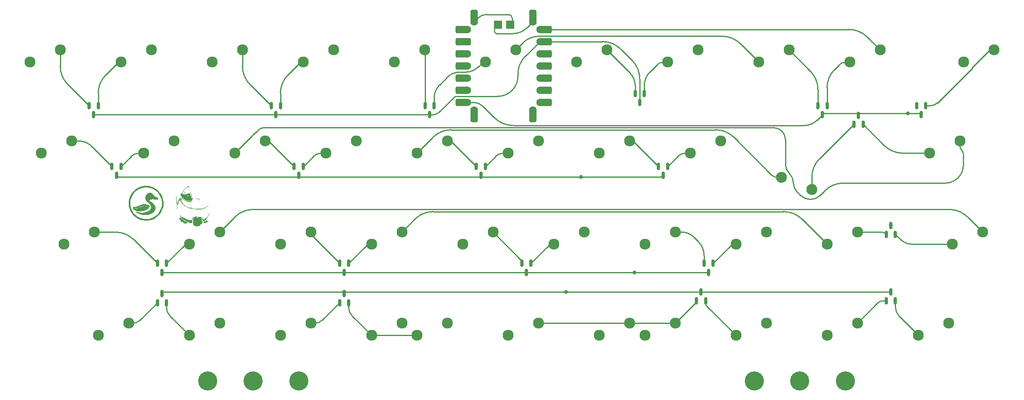
<source format=gbr>
%TF.GenerationSoftware,KiCad,Pcbnew,8.0.0*%
%TF.CreationDate,2024-02-25T16:00:07+01:00*%
%TF.ProjectId,QASS_PCB,51415353-5f50-4434-922e-6b696361645f,rev?*%
%TF.SameCoordinates,Original*%
%TF.FileFunction,Copper,L2,Bot*%
%TF.FilePolarity,Positive*%
%FSLAX46Y46*%
G04 Gerber Fmt 4.6, Leading zero omitted, Abs format (unit mm)*
G04 Created by KiCad (PCBNEW 8.0.0) date 2024-02-25 16:00:07*
%MOMM*%
%LPD*%
G01*
G04 APERTURE LIST*
G04 Aperture macros list*
%AMRoundRect*
0 Rectangle with rounded corners*
0 $1 Rounding radius*
0 $2 $3 $4 $5 $6 $7 $8 $9 X,Y pos of 4 corners*
0 Add a 4 corners polygon primitive as box body*
4,1,4,$2,$3,$4,$5,$6,$7,$8,$9,$2,$3,0*
0 Add four circle primitives for the rounded corners*
1,1,$1+$1,$2,$3*
1,1,$1+$1,$4,$5*
1,1,$1+$1,$6,$7*
1,1,$1+$1,$8,$9*
0 Add four rect primitives between the rounded corners*
20,1,$1+$1,$2,$3,$4,$5,0*
20,1,$1+$1,$4,$5,$6,$7,0*
20,1,$1+$1,$6,$7,$8,$9,0*
20,1,$1+$1,$8,$9,$2,$3,0*%
G04 Aperture macros list end*
%TA.AperFunction,EtchedComponent*%
%ADD10C,0.010000*%
%TD*%
%TA.AperFunction,EtchedComponent*%
%ADD11C,0.000000*%
%TD*%
%TA.AperFunction,ComponentPad*%
%ADD12C,2.300000*%
%TD*%
%TA.AperFunction,ComponentPad*%
%ADD13C,4.000000*%
%TD*%
%TA.AperFunction,SMDPad,CuDef*%
%ADD14RoundRect,0.150000X-0.150000X0.587500X-0.150000X-0.587500X0.150000X-0.587500X0.150000X0.587500X0*%
%TD*%
%TA.AperFunction,SMDPad,CuDef*%
%ADD15RoundRect,0.150000X0.150000X-0.587500X0.150000X0.587500X-0.150000X0.587500X-0.150000X-0.587500X0*%
%TD*%
%TA.AperFunction,SMDPad,CuDef*%
%ADD16RoundRect,0.400000X1.035000X-0.400000X1.035000X0.400000X-1.035000X0.400000X-1.035000X-0.400000X0*%
%TD*%
%TA.AperFunction,ComponentPad*%
%ADD17C,1.600000*%
%TD*%
%TA.AperFunction,ComponentPad*%
%ADD18RoundRect,0.400000X0.400000X-0.400000X0.400000X0.400000X-0.400000X0.400000X-0.400000X-0.400000X0*%
%TD*%
%TA.AperFunction,SMDPad,CuDef*%
%ADD19RoundRect,0.400000X0.400000X-1.035000X0.400000X1.035000X-0.400000X1.035000X-0.400000X-1.035000X0*%
%TD*%
%TA.AperFunction,ComponentPad*%
%ADD20R,1.700000X1.700000*%
%TD*%
%TA.AperFunction,ViaPad*%
%ADD21C,0.800000*%
%TD*%
%TA.AperFunction,Conductor*%
%ADD22C,0.250000*%
%TD*%
G04 APERTURE END LIST*
D10*
%TO.C,Ref\u002A\u002A*%
X55538060Y-55247693D02*
X55575193Y-55283798D01*
X55716889Y-55396570D01*
X55880660Y-55488975D01*
X56076160Y-55566736D01*
X56095552Y-55573361D01*
X56199291Y-55613367D01*
X56268212Y-55650161D01*
X56308351Y-55686866D01*
X56332563Y-55728634D01*
X56336801Y-55781689D01*
X56302040Y-55824366D01*
X56227410Y-55857531D01*
X56112038Y-55882051D01*
X56107602Y-55882690D01*
X56047336Y-55888809D01*
X55978118Y-55892902D01*
X55974466Y-55892992D01*
X55925936Y-55891670D01*
X55848630Y-55887213D01*
X55750438Y-55880302D01*
X55639248Y-55871621D01*
X55522950Y-55861850D01*
X55409432Y-55851672D01*
X55306584Y-55841769D01*
X55222296Y-55832823D01*
X55164456Y-55825515D01*
X55140954Y-55820529D01*
X55142851Y-55803604D01*
X55158653Y-55754425D01*
X55186183Y-55680988D01*
X55222319Y-55591040D01*
X55263936Y-55492322D01*
X55307910Y-55392581D01*
X55351116Y-55299561D01*
X55428992Y-55137253D01*
X55538060Y-55247693D01*
%TA.AperFunction,EtchedComponent*%
G36*
X55538060Y-55247693D02*
G01*
X55575193Y-55283798D01*
X55716889Y-55396570D01*
X55880660Y-55488975D01*
X56076160Y-55566736D01*
X56095552Y-55573361D01*
X56199291Y-55613367D01*
X56268212Y-55650161D01*
X56308351Y-55686866D01*
X56332563Y-55728634D01*
X56336801Y-55781689D01*
X56302040Y-55824366D01*
X56227410Y-55857531D01*
X56112038Y-55882051D01*
X56107602Y-55882690D01*
X56047336Y-55888809D01*
X55978118Y-55892902D01*
X55974466Y-55892992D01*
X55925936Y-55891670D01*
X55848630Y-55887213D01*
X55750438Y-55880302D01*
X55639248Y-55871621D01*
X55522950Y-55861850D01*
X55409432Y-55851672D01*
X55306584Y-55841769D01*
X55222296Y-55832823D01*
X55164456Y-55825515D01*
X55140954Y-55820529D01*
X55142851Y-55803604D01*
X55158653Y-55754425D01*
X55186183Y-55680988D01*
X55222319Y-55591040D01*
X55263936Y-55492322D01*
X55307910Y-55392581D01*
X55351116Y-55299561D01*
X55428992Y-55137253D01*
X55538060Y-55247693D01*
G37*
%TD.AperFunction*%
X53522661Y-57378250D02*
X53640898Y-57386842D01*
X53770754Y-57404514D01*
X53904553Y-57429357D01*
X54034619Y-57459465D01*
X54153273Y-57492932D01*
X54252840Y-57527850D01*
X54325644Y-57562311D01*
X54364006Y-57594410D01*
X54375000Y-57622346D01*
X54369115Y-57655395D01*
X54339835Y-57695123D01*
X54283061Y-57746894D01*
X54194697Y-57816071D01*
X54004118Y-57941763D01*
X53776458Y-58059485D01*
X53525495Y-58162444D01*
X53260469Y-58247288D01*
X52990620Y-58310665D01*
X52725185Y-58349223D01*
X52697950Y-58351830D01*
X52612428Y-58359844D01*
X52543174Y-58366087D01*
X52503121Y-58369383D01*
X52479010Y-58369217D01*
X52417209Y-58365815D01*
X52332100Y-58359424D01*
X52234567Y-58350797D01*
X52053843Y-58326662D01*
X51813187Y-58271167D01*
X51593610Y-58192519D01*
X51401101Y-58092986D01*
X51241652Y-57974836D01*
X51212600Y-57947022D01*
X51156148Y-57884648D01*
X51104383Y-57818232D01*
X51063378Y-57756502D01*
X51039203Y-57708184D01*
X51037930Y-57682004D01*
X51055354Y-57682852D01*
X51105657Y-57695015D01*
X51180026Y-57717011D01*
X51269901Y-57746460D01*
X51324450Y-57764759D01*
X51422021Y-57794124D01*
X51503512Y-57811514D01*
X51584707Y-57819825D01*
X51681385Y-57821952D01*
X51700069Y-57821862D01*
X51796835Y-57817959D01*
X51893235Y-57807084D01*
X51995801Y-57787588D01*
X52111066Y-57757822D01*
X52245560Y-57716136D01*
X52405818Y-57660881D01*
X52598371Y-57590407D01*
X52649552Y-57571447D01*
X52837493Y-57504734D01*
X52996508Y-57454148D01*
X53134022Y-57417922D01*
X53257455Y-57394288D01*
X53374230Y-57381479D01*
X53491770Y-57377730D01*
X53522661Y-57378250D01*
%TA.AperFunction,EtchedComponent*%
G36*
X53522661Y-57378250D02*
G01*
X53640898Y-57386842D01*
X53770754Y-57404514D01*
X53904553Y-57429357D01*
X54034619Y-57459465D01*
X54153273Y-57492932D01*
X54252840Y-57527850D01*
X54325644Y-57562311D01*
X54364006Y-57594410D01*
X54375000Y-57622346D01*
X54369115Y-57655395D01*
X54339835Y-57695123D01*
X54283061Y-57746894D01*
X54194697Y-57816071D01*
X54004118Y-57941763D01*
X53776458Y-58059485D01*
X53525495Y-58162444D01*
X53260469Y-58247288D01*
X52990620Y-58310665D01*
X52725185Y-58349223D01*
X52697950Y-58351830D01*
X52612428Y-58359844D01*
X52543174Y-58366087D01*
X52503121Y-58369383D01*
X52479010Y-58369217D01*
X52417209Y-58365815D01*
X52332100Y-58359424D01*
X52234567Y-58350797D01*
X52053843Y-58326662D01*
X51813187Y-58271167D01*
X51593610Y-58192519D01*
X51401101Y-58092986D01*
X51241652Y-57974836D01*
X51212600Y-57947022D01*
X51156148Y-57884648D01*
X51104383Y-57818232D01*
X51063378Y-57756502D01*
X51039203Y-57708184D01*
X51037930Y-57682004D01*
X51055354Y-57682852D01*
X51105657Y-57695015D01*
X51180026Y-57717011D01*
X51269901Y-57746460D01*
X51324450Y-57764759D01*
X51422021Y-57794124D01*
X51503512Y-57811514D01*
X51584707Y-57819825D01*
X51681385Y-57821952D01*
X51700069Y-57821862D01*
X51796835Y-57817959D01*
X51893235Y-57807084D01*
X51995801Y-57787588D01*
X52111066Y-57757822D01*
X52245560Y-57716136D01*
X52405818Y-57660881D01*
X52598371Y-57590407D01*
X52649552Y-57571447D01*
X52837493Y-57504734D01*
X52996508Y-57454148D01*
X53134022Y-57417922D01*
X53257455Y-57394288D01*
X53374230Y-57381479D01*
X53491770Y-57377730D01*
X53522661Y-57378250D01*
G37*
%TD.AperFunction*%
X53476788Y-56945604D02*
X53513249Y-56945909D01*
X53632431Y-56948381D01*
X53724722Y-56954029D01*
X53802392Y-56964354D01*
X53877710Y-56980855D01*
X53962945Y-57005032D01*
X53988044Y-57012848D01*
X54097378Y-57051144D01*
X54210912Y-57096572D01*
X54319774Y-57145023D01*
X54415095Y-57192389D01*
X54488003Y-57234562D01*
X54529628Y-57267436D01*
X54557090Y-57305102D01*
X54573657Y-57363315D01*
X54552082Y-57419366D01*
X54545507Y-57427954D01*
X54515594Y-57450618D01*
X54472996Y-57457124D01*
X54411506Y-57446604D01*
X54324922Y-57418188D01*
X54207038Y-57371007D01*
X54041759Y-57309415D01*
X53845073Y-57259413D01*
X53640981Y-57235079D01*
X53414679Y-57233852D01*
X53349082Y-57237011D01*
X53266758Y-57243696D01*
X53187652Y-57254633D01*
X53105706Y-57271501D01*
X53014860Y-57295980D01*
X52909056Y-57329747D01*
X52782237Y-57374482D01*
X52628342Y-57431863D01*
X52441315Y-57503569D01*
X52366190Y-57531798D01*
X52251542Y-57572482D01*
X52144277Y-57608068D01*
X52060315Y-57633140D01*
X52039431Y-57638333D01*
X51934471Y-57656106D01*
X51810772Y-57667025D01*
X51678439Y-57671214D01*
X51547577Y-57668801D01*
X51428292Y-57659911D01*
X51330688Y-57644671D01*
X51264871Y-57623207D01*
X51212564Y-57592034D01*
X51154772Y-57549712D01*
X51112152Y-57510262D01*
X51095538Y-57482676D01*
X51098624Y-57480631D01*
X51132878Y-57475881D01*
X51199057Y-57472180D01*
X51289654Y-57469864D01*
X51397163Y-57469265D01*
X51428473Y-57469328D01*
X51534403Y-57468375D01*
X51626503Y-57464302D01*
X51711388Y-57455467D01*
X51795674Y-57440230D01*
X51885975Y-57416947D01*
X51988905Y-57383977D01*
X52111080Y-57339678D01*
X52259113Y-57282410D01*
X52439621Y-57210529D01*
X52569005Y-57158797D01*
X52726985Y-57096521D01*
X52856247Y-57047580D01*
X52962978Y-57010394D01*
X53053368Y-56983381D01*
X53133605Y-56964962D01*
X53209877Y-56953556D01*
X53288372Y-56947581D01*
X53375280Y-56945457D01*
X53476788Y-56945604D01*
%TA.AperFunction,EtchedComponent*%
G36*
X53476788Y-56945604D02*
G01*
X53513249Y-56945909D01*
X53632431Y-56948381D01*
X53724722Y-56954029D01*
X53802392Y-56964354D01*
X53877710Y-56980855D01*
X53962945Y-57005032D01*
X53988044Y-57012848D01*
X54097378Y-57051144D01*
X54210912Y-57096572D01*
X54319774Y-57145023D01*
X54415095Y-57192389D01*
X54488003Y-57234562D01*
X54529628Y-57267436D01*
X54557090Y-57305102D01*
X54573657Y-57363315D01*
X54552082Y-57419366D01*
X54545507Y-57427954D01*
X54515594Y-57450618D01*
X54472996Y-57457124D01*
X54411506Y-57446604D01*
X54324922Y-57418188D01*
X54207038Y-57371007D01*
X54041759Y-57309415D01*
X53845073Y-57259413D01*
X53640981Y-57235079D01*
X53414679Y-57233852D01*
X53349082Y-57237011D01*
X53266758Y-57243696D01*
X53187652Y-57254633D01*
X53105706Y-57271501D01*
X53014860Y-57295980D01*
X52909056Y-57329747D01*
X52782237Y-57374482D01*
X52628342Y-57431863D01*
X52441315Y-57503569D01*
X52366190Y-57531798D01*
X52251542Y-57572482D01*
X52144277Y-57608068D01*
X52060315Y-57633140D01*
X52039431Y-57638333D01*
X51934471Y-57656106D01*
X51810772Y-57667025D01*
X51678439Y-57671214D01*
X51547577Y-57668801D01*
X51428292Y-57659911D01*
X51330688Y-57644671D01*
X51264871Y-57623207D01*
X51212564Y-57592034D01*
X51154772Y-57549712D01*
X51112152Y-57510262D01*
X51095538Y-57482676D01*
X51098624Y-57480631D01*
X51132878Y-57475881D01*
X51199057Y-57472180D01*
X51289654Y-57469864D01*
X51397163Y-57469265D01*
X51428473Y-57469328D01*
X51534403Y-57468375D01*
X51626503Y-57464302D01*
X51711388Y-57455467D01*
X51795674Y-57440230D01*
X51885975Y-57416947D01*
X51988905Y-57383977D01*
X52111080Y-57339678D01*
X52259113Y-57282410D01*
X52439621Y-57210529D01*
X52569005Y-57158797D01*
X52726985Y-57096521D01*
X52856247Y-57047580D01*
X52962978Y-57010394D01*
X53053368Y-56983381D01*
X53133605Y-56964962D01*
X53209877Y-56953556D01*
X53288372Y-56947581D01*
X53375280Y-56945457D01*
X53476788Y-56945604D01*
G37*
%TD.AperFunction*%
X55350550Y-55207530D02*
X55319619Y-55289850D01*
X55279994Y-55378738D01*
X55258333Y-55423970D01*
X55216555Y-55513119D01*
X55181641Y-55590015D01*
X55159487Y-55641785D01*
X55108957Y-55748777D01*
X55040813Y-55838351D01*
X54955115Y-55896785D01*
X54844865Y-55928628D01*
X54703063Y-55938430D01*
X54663000Y-55938941D01*
X54555420Y-55947383D01*
X54482734Y-55967721D01*
X54440022Y-56001948D01*
X54422366Y-56052054D01*
X54427469Y-56090883D01*
X54456952Y-56143176D01*
X54513919Y-56206576D01*
X54600777Y-56283402D01*
X54719931Y-56375968D01*
X54873788Y-56486591D01*
X55046221Y-56615136D01*
X55218180Y-56761519D01*
X55365573Y-56907484D01*
X55483432Y-57048071D01*
X55566786Y-57178320D01*
X55634887Y-57328996D01*
X55693529Y-57536259D01*
X55710194Y-57739505D01*
X55685058Y-57937605D01*
X55618299Y-58129432D01*
X55510094Y-58313857D01*
X55360621Y-58489754D01*
X55332788Y-58517095D01*
X55247023Y-58595236D01*
X55159520Y-58667792D01*
X55085454Y-58721955D01*
X55009409Y-58768235D01*
X54822840Y-58861760D01*
X54610487Y-58946311D01*
X54383488Y-59018159D01*
X54152980Y-59073574D01*
X53930102Y-59108825D01*
X53802875Y-59120576D01*
X53465693Y-59127376D01*
X53133907Y-59097163D01*
X52802977Y-59029100D01*
X52468361Y-58922349D01*
X52125518Y-58776073D01*
X52094300Y-58760709D01*
X52001096Y-58710211D01*
X51908218Y-58654143D01*
X51823079Y-58597590D01*
X51753090Y-58545640D01*
X51705661Y-58503380D01*
X51688204Y-58475897D01*
X51691023Y-58466611D01*
X51714663Y-58463921D01*
X51723199Y-58467651D01*
X51766605Y-58486703D01*
X51833850Y-58516273D01*
X51914409Y-58551733D01*
X52174322Y-58647748D01*
X52470179Y-58717759D01*
X52774169Y-58752306D01*
X53081028Y-58752010D01*
X53385494Y-58717492D01*
X53682306Y-58649373D01*
X53966202Y-58548274D01*
X54231919Y-58414817D01*
X54474195Y-58249621D01*
X54535504Y-58199378D01*
X54687585Y-58053107D01*
X54798221Y-57908011D01*
X54868011Y-57762960D01*
X54897554Y-57616820D01*
X54887449Y-57468461D01*
X54883488Y-57449301D01*
X54853665Y-57340076D01*
X54810618Y-57235648D01*
X54750818Y-57131103D01*
X54670737Y-57021527D01*
X54566848Y-56902008D01*
X54435623Y-56767632D01*
X54273533Y-56613485D01*
X54246903Y-56588677D01*
X54083867Y-56429816D01*
X53953343Y-56287533D01*
X53852280Y-56156867D01*
X53777625Y-56032857D01*
X53726327Y-55910541D01*
X53695335Y-55784960D01*
X53681596Y-55651151D01*
X53679706Y-55571216D01*
X53690563Y-55396989D01*
X53725271Y-55241864D01*
X53758624Y-55160457D01*
X54695793Y-55160457D01*
X54716005Y-55209033D01*
X54733748Y-55224352D01*
X54778538Y-55239618D01*
X54804684Y-55235123D01*
X54842837Y-55204152D01*
X54859326Y-55155593D01*
X54851218Y-55103512D01*
X54815579Y-55061971D01*
X54772811Y-55051453D01*
X54731724Y-55070549D01*
X54703542Y-55110589D01*
X54695793Y-55160457D01*
X53758624Y-55160457D01*
X53786215Y-55093115D01*
X53792998Y-55079759D01*
X53901346Y-54910201D01*
X54032684Y-54772766D01*
X54182977Y-54669151D01*
X54348193Y-54601058D01*
X54524298Y-54570183D01*
X54707259Y-54578227D01*
X54893043Y-54626887D01*
X54918879Y-54637257D01*
X55028667Y-54695779D01*
X55133790Y-54772606D01*
X55227426Y-54860677D01*
X55302755Y-54952932D01*
X55352955Y-55042312D01*
X55371204Y-55121757D01*
X55368465Y-55143957D01*
X55365185Y-55155593D01*
X55350550Y-55207530D01*
%TA.AperFunction,EtchedComponent*%
G36*
X55350550Y-55207530D02*
G01*
X55319619Y-55289850D01*
X55279994Y-55378738D01*
X55258333Y-55423970D01*
X55216555Y-55513119D01*
X55181641Y-55590015D01*
X55159487Y-55641785D01*
X55108957Y-55748777D01*
X55040813Y-55838351D01*
X54955115Y-55896785D01*
X54844865Y-55928628D01*
X54703063Y-55938430D01*
X54663000Y-55938941D01*
X54555420Y-55947383D01*
X54482734Y-55967721D01*
X54440022Y-56001948D01*
X54422366Y-56052054D01*
X54427469Y-56090883D01*
X54456952Y-56143176D01*
X54513919Y-56206576D01*
X54600777Y-56283402D01*
X54719931Y-56375968D01*
X54873788Y-56486591D01*
X55046221Y-56615136D01*
X55218180Y-56761519D01*
X55365573Y-56907484D01*
X55483432Y-57048071D01*
X55566786Y-57178320D01*
X55634887Y-57328996D01*
X55693529Y-57536259D01*
X55710194Y-57739505D01*
X55685058Y-57937605D01*
X55618299Y-58129432D01*
X55510094Y-58313857D01*
X55360621Y-58489754D01*
X55332788Y-58517095D01*
X55247023Y-58595236D01*
X55159520Y-58667792D01*
X55085454Y-58721955D01*
X55009409Y-58768235D01*
X54822840Y-58861760D01*
X54610487Y-58946311D01*
X54383488Y-59018159D01*
X54152980Y-59073574D01*
X53930102Y-59108825D01*
X53802875Y-59120576D01*
X53465693Y-59127376D01*
X53133907Y-59097163D01*
X52802977Y-59029100D01*
X52468361Y-58922349D01*
X52125518Y-58776073D01*
X52094300Y-58760709D01*
X52001096Y-58710211D01*
X51908218Y-58654143D01*
X51823079Y-58597590D01*
X51753090Y-58545640D01*
X51705661Y-58503380D01*
X51688204Y-58475897D01*
X51691023Y-58466611D01*
X51714663Y-58463921D01*
X51723199Y-58467651D01*
X51766605Y-58486703D01*
X51833850Y-58516273D01*
X51914409Y-58551733D01*
X52174322Y-58647748D01*
X52470179Y-58717759D01*
X52774169Y-58752306D01*
X53081028Y-58752010D01*
X53385494Y-58717492D01*
X53682306Y-58649373D01*
X53966202Y-58548274D01*
X54231919Y-58414817D01*
X54474195Y-58249621D01*
X54535504Y-58199378D01*
X54687585Y-58053107D01*
X54798221Y-57908011D01*
X54868011Y-57762960D01*
X54897554Y-57616820D01*
X54887449Y-57468461D01*
X54883488Y-57449301D01*
X54853665Y-57340076D01*
X54810618Y-57235648D01*
X54750818Y-57131103D01*
X54670737Y-57021527D01*
X54566848Y-56902008D01*
X54435623Y-56767632D01*
X54273533Y-56613485D01*
X54246903Y-56588677D01*
X54083867Y-56429816D01*
X53953343Y-56287533D01*
X53852280Y-56156867D01*
X53777625Y-56032857D01*
X53726327Y-55910541D01*
X53695335Y-55784960D01*
X53681596Y-55651151D01*
X53679706Y-55571216D01*
X53690563Y-55396989D01*
X53725271Y-55241864D01*
X53758624Y-55160457D01*
X54695793Y-55160457D01*
X54716005Y-55209033D01*
X54733748Y-55224352D01*
X54778538Y-55239618D01*
X54804684Y-55235123D01*
X54842837Y-55204152D01*
X54859326Y-55155593D01*
X54851218Y-55103512D01*
X54815579Y-55061971D01*
X54772811Y-55051453D01*
X54731724Y-55070549D01*
X54703542Y-55110589D01*
X54695793Y-55160457D01*
X53758624Y-55160457D01*
X53786215Y-55093115D01*
X53792998Y-55079759D01*
X53901346Y-54910201D01*
X54032684Y-54772766D01*
X54182977Y-54669151D01*
X54348193Y-54601058D01*
X54524298Y-54570183D01*
X54707259Y-54578227D01*
X54893043Y-54626887D01*
X54918879Y-54637257D01*
X55028667Y-54695779D01*
X55133790Y-54772606D01*
X55227426Y-54860677D01*
X55302755Y-54952932D01*
X55352955Y-55042312D01*
X55371204Y-55121757D01*
X55368465Y-55143957D01*
X55365185Y-55155593D01*
X55350550Y-55207530D01*
G37*
%TD.AperFunction*%
X57395843Y-56861891D02*
X57360524Y-57233231D01*
X57286128Y-57601599D01*
X57172153Y-57963971D01*
X57018096Y-58317322D01*
X56917492Y-58504364D01*
X56707377Y-58828083D01*
X56466560Y-59124730D01*
X56197563Y-59392574D01*
X55902906Y-59629886D01*
X55585110Y-59834935D01*
X55246696Y-60005991D01*
X54890185Y-60141322D01*
X54518098Y-60239199D01*
X54132954Y-60297891D01*
X54105063Y-60300493D01*
X53790962Y-60311763D01*
X53462262Y-60293375D01*
X53131467Y-60247032D01*
X52811082Y-60174437D01*
X52513612Y-60077294D01*
X52170210Y-59924493D01*
X51835277Y-59731856D01*
X51526263Y-59507483D01*
X51244793Y-59253404D01*
X50992490Y-58971646D01*
X50770980Y-58664240D01*
X50581885Y-58333213D01*
X50426830Y-57980595D01*
X50307440Y-57608415D01*
X50225338Y-57218702D01*
X50214745Y-57135475D01*
X50203378Y-56974833D01*
X50198877Y-56792153D01*
X50200861Y-56614468D01*
X50442322Y-56614468D01*
X50443457Y-56828008D01*
X50453708Y-57037357D01*
X50472849Y-57230084D01*
X50500653Y-57393759D01*
X50524955Y-57496428D01*
X50636710Y-57856698D01*
X50784023Y-58197360D01*
X50964690Y-58516365D01*
X51176510Y-58811662D01*
X51417277Y-59081199D01*
X51684789Y-59322927D01*
X51976844Y-59534794D01*
X52291237Y-59714750D01*
X52625766Y-59860744D01*
X52978227Y-59970726D01*
X53346418Y-60042643D01*
X53392295Y-60047621D01*
X53491897Y-60054114D01*
X53614805Y-60058787D01*
X53750091Y-60061532D01*
X53886826Y-60062241D01*
X54014084Y-60060805D01*
X54120936Y-60057116D01*
X54196454Y-60051066D01*
X54348271Y-60028012D01*
X54711887Y-59943976D01*
X55059486Y-59822809D01*
X55388747Y-59666634D01*
X55697349Y-59477570D01*
X55982971Y-59257742D01*
X56243291Y-59009269D01*
X56475989Y-58734275D01*
X56678743Y-58434879D01*
X56849233Y-58113206D01*
X56985136Y-57771375D01*
X57084131Y-57411510D01*
X57106176Y-57295277D01*
X57136487Y-57051143D01*
X57150805Y-56791337D01*
X57149004Y-56529524D01*
X57130958Y-56279368D01*
X57096544Y-56054535D01*
X57028224Y-55783685D01*
X56909631Y-55448197D01*
X56757401Y-55122012D01*
X56575801Y-54815286D01*
X56504127Y-54716223D01*
X56390271Y-54578320D01*
X56256907Y-54432005D01*
X56112582Y-54285868D01*
X55965839Y-54148495D01*
X55825226Y-54028475D01*
X55699288Y-53934397D01*
X55529514Y-53826476D01*
X55197275Y-53651602D01*
X54853286Y-53515405D01*
X54500516Y-53418125D01*
X54141935Y-53360001D01*
X53780513Y-53341274D01*
X53419218Y-53362182D01*
X53061020Y-53422967D01*
X52708888Y-53523867D01*
X52365791Y-53665123D01*
X52122914Y-53793087D01*
X51807561Y-53998822D01*
X51520233Y-54234669D01*
X51262599Y-54498421D01*
X51036328Y-54787874D01*
X50843088Y-55100825D01*
X50684549Y-55435067D01*
X50562380Y-55788397D01*
X50478248Y-56158609D01*
X50468299Y-56224539D01*
X50450528Y-56409168D01*
X50442322Y-56614468D01*
X50200861Y-56614468D01*
X50201027Y-56599580D01*
X50209616Y-56409257D01*
X50224431Y-56233330D01*
X50245258Y-56083943D01*
X50268968Y-55963386D01*
X50370276Y-55586451D01*
X50508200Y-55228279D01*
X50680836Y-54890821D01*
X50886279Y-54576034D01*
X51122625Y-54285870D01*
X51387971Y-54022285D01*
X51680413Y-53787231D01*
X51998046Y-53582664D01*
X52338967Y-53410538D01*
X52701271Y-53272805D01*
X53083055Y-53171422D01*
X53150520Y-53157529D01*
X53238860Y-53141311D01*
X53321185Y-53129768D01*
X53407164Y-53122117D01*
X53506464Y-53117577D01*
X53628755Y-53115363D01*
X53783704Y-53114694D01*
X53883967Y-53115013D01*
X54068720Y-53118890D01*
X54227203Y-53128275D01*
X54370205Y-53144574D01*
X54508518Y-53169193D01*
X54652930Y-53203538D01*
X54814231Y-53249017D01*
X55021570Y-53317099D01*
X55380399Y-53468495D01*
X55716961Y-53655888D01*
X56031375Y-53879350D01*
X56323761Y-54138952D01*
X56331954Y-54147061D01*
X56591155Y-54433313D01*
X56815299Y-54740784D01*
X57003885Y-55066452D01*
X57156409Y-55407292D01*
X57272370Y-55760280D01*
X57351264Y-56122391D01*
X57392589Y-56490603D01*
X57395225Y-56791337D01*
X57395843Y-56861891D01*
%TA.AperFunction,EtchedComponent*%
G36*
X57395843Y-56861891D02*
G01*
X57360524Y-57233231D01*
X57286128Y-57601599D01*
X57172153Y-57963971D01*
X57018096Y-58317322D01*
X56917492Y-58504364D01*
X56707377Y-58828083D01*
X56466560Y-59124730D01*
X56197563Y-59392574D01*
X55902906Y-59629886D01*
X55585110Y-59834935D01*
X55246696Y-60005991D01*
X54890185Y-60141322D01*
X54518098Y-60239199D01*
X54132954Y-60297891D01*
X54105063Y-60300493D01*
X53790962Y-60311763D01*
X53462262Y-60293375D01*
X53131467Y-60247032D01*
X52811082Y-60174437D01*
X52513612Y-60077294D01*
X52170210Y-59924493D01*
X51835277Y-59731856D01*
X51526263Y-59507483D01*
X51244793Y-59253404D01*
X50992490Y-58971646D01*
X50770980Y-58664240D01*
X50581885Y-58333213D01*
X50426830Y-57980595D01*
X50307440Y-57608415D01*
X50225338Y-57218702D01*
X50214745Y-57135475D01*
X50203378Y-56974833D01*
X50198877Y-56792153D01*
X50200861Y-56614468D01*
X50442322Y-56614468D01*
X50443457Y-56828008D01*
X50453708Y-57037357D01*
X50472849Y-57230084D01*
X50500653Y-57393759D01*
X50524955Y-57496428D01*
X50636710Y-57856698D01*
X50784023Y-58197360D01*
X50964690Y-58516365D01*
X51176510Y-58811662D01*
X51417277Y-59081199D01*
X51684789Y-59322927D01*
X51976844Y-59534794D01*
X52291237Y-59714750D01*
X52625766Y-59860744D01*
X52978227Y-59970726D01*
X53346418Y-60042643D01*
X53392295Y-60047621D01*
X53491897Y-60054114D01*
X53614805Y-60058787D01*
X53750091Y-60061532D01*
X53886826Y-60062241D01*
X54014084Y-60060805D01*
X54120936Y-60057116D01*
X54196454Y-60051066D01*
X54348271Y-60028012D01*
X54711887Y-59943976D01*
X55059486Y-59822809D01*
X55388747Y-59666634D01*
X55697349Y-59477570D01*
X55982971Y-59257742D01*
X56243291Y-59009269D01*
X56475989Y-58734275D01*
X56678743Y-58434879D01*
X56849233Y-58113206D01*
X56985136Y-57771375D01*
X57084131Y-57411510D01*
X57106176Y-57295277D01*
X57136487Y-57051143D01*
X57150805Y-56791337D01*
X57149004Y-56529524D01*
X57130958Y-56279368D01*
X57096544Y-56054535D01*
X57028224Y-55783685D01*
X56909631Y-55448197D01*
X56757401Y-55122012D01*
X56575801Y-54815286D01*
X56504127Y-54716223D01*
X56390271Y-54578320D01*
X56256907Y-54432005D01*
X56112582Y-54285868D01*
X55965839Y-54148495D01*
X55825226Y-54028475D01*
X55699288Y-53934397D01*
X55529514Y-53826476D01*
X55197275Y-53651602D01*
X54853286Y-53515405D01*
X54500516Y-53418125D01*
X54141935Y-53360001D01*
X53780513Y-53341274D01*
X53419218Y-53362182D01*
X53061020Y-53422967D01*
X52708888Y-53523867D01*
X52365791Y-53665123D01*
X52122914Y-53793087D01*
X51807561Y-53998822D01*
X51520233Y-54234669D01*
X51262599Y-54498421D01*
X51036328Y-54787874D01*
X50843088Y-55100825D01*
X50684549Y-55435067D01*
X50562380Y-55788397D01*
X50478248Y-56158609D01*
X50468299Y-56224539D01*
X50450528Y-56409168D01*
X50442322Y-56614468D01*
X50200861Y-56614468D01*
X50201027Y-56599580D01*
X50209616Y-56409257D01*
X50224431Y-56233330D01*
X50245258Y-56083943D01*
X50268968Y-55963386D01*
X50370276Y-55586451D01*
X50508200Y-55228279D01*
X50680836Y-54890821D01*
X50886279Y-54576034D01*
X51122625Y-54285870D01*
X51387971Y-54022285D01*
X51680413Y-53787231D01*
X51998046Y-53582664D01*
X52338967Y-53410538D01*
X52701271Y-53272805D01*
X53083055Y-53171422D01*
X53150520Y-53157529D01*
X53238860Y-53141311D01*
X53321185Y-53129768D01*
X53407164Y-53122117D01*
X53506464Y-53117577D01*
X53628755Y-53115363D01*
X53783704Y-53114694D01*
X53883967Y-53115013D01*
X54068720Y-53118890D01*
X54227203Y-53128275D01*
X54370205Y-53144574D01*
X54508518Y-53169193D01*
X54652930Y-53203538D01*
X54814231Y-53249017D01*
X55021570Y-53317099D01*
X55380399Y-53468495D01*
X55716961Y-53655888D01*
X56031375Y-53879350D01*
X56323761Y-54138952D01*
X56331954Y-54147061D01*
X56591155Y-54433313D01*
X56815299Y-54740784D01*
X57003885Y-55066452D01*
X57156409Y-55407292D01*
X57272370Y-55760280D01*
X57351264Y-56122391D01*
X57392589Y-56490603D01*
X57395225Y-56791337D01*
X57395843Y-56861891D01*
G37*
%TD.AperFunction*%
D11*
%TA.AperFunction,EtchedComponent*%
%TO.C,REF\u002A\u002A*%
G36*
X63114670Y-55205800D02*
G01*
X63219322Y-55205800D01*
X63219322Y-55519747D01*
X63323973Y-55519747D01*
X63323973Y-55729054D01*
X63428625Y-55729054D01*
X63428625Y-55938350D01*
X63533276Y-55938350D01*
X63533276Y-56147657D01*
X63428625Y-56147657D01*
X63428625Y-56252308D01*
X62382117Y-56252308D01*
X62382117Y-56147646D01*
X62068159Y-56147646D01*
X62068159Y-56042995D01*
X61858852Y-56042995D01*
X61858852Y-55938343D01*
X61754208Y-55938343D01*
X61754208Y-55833698D01*
X61649556Y-55833698D01*
X61649556Y-55729047D01*
X61544905Y-55729047D01*
X61544905Y-55624396D01*
X61440253Y-55624396D01*
X61440253Y-55519744D01*
X61335602Y-55519744D01*
X61335602Y-55415093D01*
X61230957Y-55415093D01*
X61230957Y-55310434D01*
X62382117Y-55310434D01*
X62486761Y-55310434D01*
X62486761Y-55205789D01*
X62696068Y-55205789D01*
X62696068Y-55101138D01*
X62486761Y-55101138D01*
X62486761Y-55205789D01*
X62382117Y-55205789D01*
X62382117Y-55310434D01*
X61230957Y-55310434D01*
X61230957Y-55205797D01*
X61126305Y-55205797D01*
X61126305Y-55101145D01*
X61021654Y-55101145D01*
X61021654Y-54682542D01*
X61335602Y-54682542D01*
X61335602Y-54787187D01*
X61544908Y-54787187D01*
X61544908Y-54891838D01*
X62277469Y-54891838D01*
X62277469Y-54787187D01*
X62486765Y-54787187D01*
X62486765Y-54682542D01*
X63010019Y-54682542D01*
X63010019Y-54787187D01*
X63114670Y-54787187D01*
X63114670Y-55101138D01*
X63114670Y-55205800D01*
G37*
%TD.AperFunction*%
%TA.AperFunction,EtchedComponent*%
G36*
X61021646Y-59391829D02*
G01*
X61126298Y-59391829D01*
X61126298Y-59496481D01*
X61230949Y-59496481D01*
X61230949Y-59601132D01*
X61440252Y-59601132D01*
X61440252Y-59705784D01*
X61649556Y-59705784D01*
X61649556Y-59810435D01*
X61858855Y-59810435D01*
X61858855Y-59915086D01*
X62068158Y-59915086D01*
X62068158Y-60019735D01*
X62277461Y-60019735D01*
X62277461Y-60124386D01*
X62591415Y-60124386D01*
X62591415Y-60229038D01*
X62905366Y-60229038D01*
X62905366Y-60333689D01*
X63323973Y-60333689D01*
X63323973Y-60229038D01*
X63428624Y-60229038D01*
X63428624Y-60019735D01*
X63533276Y-60019735D01*
X63533276Y-60856947D01*
X62800715Y-60856947D01*
X62800715Y-60752295D01*
X62591415Y-60752295D01*
X62591415Y-60647644D01*
X62382112Y-60647644D01*
X62382112Y-60542992D01*
X62172810Y-60542992D01*
X62172810Y-60438341D01*
X61963507Y-60438341D01*
X61963507Y-60333689D01*
X61754204Y-60333689D01*
X61754204Y-60229038D01*
X61649556Y-60229038D01*
X61649556Y-60124386D01*
X61544904Y-60124386D01*
X61544904Y-60019735D01*
X61335601Y-60019735D01*
X61335601Y-59915086D01*
X61230949Y-59915086D01*
X61230949Y-59705784D01*
X61126298Y-59705784D01*
X61126298Y-59601132D01*
X61021646Y-59601132D01*
X61021646Y-59496481D01*
X60916995Y-59496481D01*
X60916995Y-59287178D01*
X61021646Y-59287178D01*
X61021646Y-59391829D01*
G37*
%TD.AperFunction*%
%TA.AperFunction,EtchedComponent*%
G36*
X64265829Y-59601132D02*
G01*
X64370484Y-59601132D01*
X64370484Y-59705784D01*
X64475136Y-59705784D01*
X64475136Y-59810439D01*
X64684442Y-59810439D01*
X64684442Y-59705784D01*
X64789083Y-59705784D01*
X64789083Y-59601132D01*
X65312341Y-59601132D01*
X65312341Y-59705784D01*
X65416992Y-59705784D01*
X65416992Y-60438344D01*
X65626299Y-60438344D01*
X65626299Y-60542988D01*
X65730951Y-60542988D01*
X65730951Y-60752295D01*
X65626299Y-60752295D01*
X65626299Y-60856947D01*
X65521644Y-60856947D01*
X65521644Y-61066243D01*
X65416992Y-61066243D01*
X65416992Y-61170898D01*
X65207697Y-61170898D01*
X65207697Y-61275550D01*
X65103045Y-61275550D01*
X65103045Y-61380201D01*
X64998390Y-61380201D01*
X64998390Y-61484855D01*
X64789083Y-61484855D01*
X64789083Y-61589507D01*
X64056533Y-61589507D01*
X64056533Y-61484855D01*
X63951882Y-61484855D01*
X63951882Y-61380201D01*
X63847227Y-61380201D01*
X63847227Y-61275550D01*
X63742576Y-61275550D01*
X63742576Y-61170898D01*
X63637924Y-61170898D01*
X63637924Y-60019735D01*
X63742576Y-60019735D01*
X63742576Y-59810439D01*
X63847227Y-59810439D01*
X63847227Y-59601132D01*
X64056533Y-59601132D01*
X64056533Y-59496477D01*
X64265829Y-59496477D01*
X64265829Y-59601132D01*
G37*
%TD.AperFunction*%
%TA.AperFunction,EtchedComponent*%
G36*
X61126301Y-59915079D02*
G01*
X61230954Y-59915079D01*
X61230954Y-60019735D01*
X61335597Y-60019735D01*
X61335597Y-60124386D01*
X61544904Y-60124386D01*
X61544904Y-60229038D01*
X61649556Y-60229038D01*
X61649556Y-60333692D01*
X61754207Y-60333692D01*
X61754207Y-60438344D01*
X61963503Y-60438344D01*
X61963503Y-60542988D01*
X62172810Y-60542988D01*
X62172810Y-60647641D01*
X62382117Y-60647641D01*
X62382117Y-60752295D01*
X62486761Y-60752295D01*
X62486761Y-60856947D01*
X62277465Y-60856947D01*
X62277465Y-60961598D01*
X61754207Y-60961598D01*
X61754207Y-60856947D01*
X61649556Y-60856947D01*
X61649556Y-60752295D01*
X61544904Y-60752295D01*
X61544904Y-60647641D01*
X61126301Y-60647641D01*
X61126301Y-60542988D01*
X61021646Y-60542988D01*
X61021646Y-60229038D01*
X60916995Y-60229038D01*
X60916995Y-60124386D01*
X60812344Y-60124386D01*
X60812344Y-59810439D01*
X61021646Y-59810439D01*
X61021646Y-59705784D01*
X61126301Y-59705784D01*
X61126301Y-59915079D01*
G37*
%TD.AperFunction*%
%TA.AperFunction,EtchedComponent*%
G36*
X61126298Y-56461597D02*
G01*
X61021646Y-56461597D01*
X61021646Y-56147643D01*
X60916995Y-56147643D01*
X60916995Y-56252294D01*
X60812344Y-56252294D01*
X60812344Y-56356946D01*
X60707692Y-56356946D01*
X60707692Y-56566249D01*
X60603044Y-56566249D01*
X60603044Y-56775551D01*
X60498392Y-56775551D01*
X60498392Y-57089502D01*
X60393741Y-57089502D01*
X60393741Y-57926715D01*
X60289090Y-57926715D01*
X60289090Y-56984854D01*
X60393741Y-56984854D01*
X60393741Y-56670900D01*
X60498392Y-56670900D01*
X60498392Y-56461597D01*
X60603044Y-56461597D01*
X60603044Y-56252294D01*
X60707692Y-56252294D01*
X60707692Y-56042991D01*
X60812344Y-56042991D01*
X60812344Y-55833691D01*
X60916995Y-55833691D01*
X60916995Y-55624388D01*
X61021646Y-55624388D01*
X61021646Y-55519737D01*
X61126298Y-55519737D01*
X61126298Y-56461597D01*
G37*
%TD.AperFunction*%
%TA.AperFunction,EtchedComponent*%
G36*
X65626299Y-60019735D02*
G01*
X65730947Y-60019735D01*
X65730947Y-60124386D01*
X66044902Y-60124386D01*
X66044902Y-60019735D01*
X66149553Y-60019735D01*
X66149553Y-59915086D01*
X66358856Y-59915086D01*
X66358856Y-59810435D01*
X66463508Y-59810435D01*
X66463508Y-59705784D01*
X66568159Y-59705784D01*
X66568159Y-59915086D01*
X66463508Y-59915086D01*
X66463508Y-60124386D01*
X66358856Y-60124386D01*
X66358856Y-60229038D01*
X66254204Y-60229038D01*
X66254204Y-60333689D01*
X66149553Y-60333689D01*
X66149553Y-60438341D01*
X65730947Y-60438341D01*
X65730947Y-60333689D01*
X65521647Y-60333689D01*
X65521647Y-59705784D01*
X65626299Y-59705784D01*
X65626299Y-60019735D01*
G37*
%TD.AperFunction*%
%TA.AperFunction,EtchedComponent*%
G36*
X66568159Y-60438341D02*
G01*
X66672807Y-60438341D01*
X66672807Y-60542992D01*
X66882110Y-60542992D01*
X66882110Y-60647644D01*
X66672807Y-60647644D01*
X66672807Y-60752295D01*
X66358856Y-60752295D01*
X66358856Y-60856947D01*
X65835598Y-60856947D01*
X65835598Y-60542992D01*
X66254204Y-60542992D01*
X66254204Y-60438341D01*
X66358856Y-60438341D01*
X66358856Y-60333689D01*
X66463508Y-60333689D01*
X66463508Y-60229038D01*
X66568159Y-60229038D01*
X66568159Y-60438341D01*
G37*
%TD.AperFunction*%
%TA.AperFunction,EtchedComponent*%
G36*
X60184438Y-56566249D02*
G01*
X60289090Y-56566249D01*
X60289090Y-56461597D01*
X60393741Y-56461597D01*
X60393741Y-56670900D01*
X60289090Y-56670900D01*
X60289090Y-56984854D01*
X60184438Y-56984854D01*
X60184438Y-56670900D01*
X60079787Y-56670900D01*
X60079787Y-55205783D01*
X60184438Y-55205783D01*
X60184438Y-56566249D01*
G37*
%TD.AperFunction*%
%TA.AperFunction,EtchedComponent*%
G36*
X65940250Y-57926715D02*
G01*
X65730947Y-57926715D01*
X65730947Y-58031363D01*
X65626299Y-58031363D01*
X65626299Y-57926715D01*
X64370484Y-57926715D01*
X64370484Y-57822064D01*
X65940250Y-57822064D01*
X65940250Y-57926715D01*
G37*
%TD.AperFunction*%
%TA.AperFunction,EtchedComponent*%
G36*
X61335601Y-55624388D02*
G01*
X61440252Y-55624388D01*
X61440252Y-55729040D01*
X61335601Y-55729040D01*
X61335601Y-56461597D01*
X61230949Y-56461597D01*
X61230949Y-55519737D01*
X61335601Y-55519737D01*
X61335601Y-55624388D01*
G37*
%TD.AperFunction*%
%TA.AperFunction,EtchedComponent*%
G36*
X67196065Y-58973227D02*
G01*
X67091413Y-58973227D01*
X67091413Y-58868575D01*
X67196065Y-58868575D01*
X67196065Y-58973227D01*
G37*
%TD.AperFunction*%
%TA.AperFunction,EtchedComponent*%
G36*
X67091413Y-59077875D02*
G01*
X66986762Y-59077875D01*
X66986762Y-58973227D01*
X67091413Y-58973227D01*
X67091413Y-59077875D01*
G37*
%TD.AperFunction*%
%TA.AperFunction,EtchedComponent*%
G36*
X66986762Y-59287178D02*
G01*
X66882110Y-59287178D01*
X66882110Y-59077875D01*
X66986762Y-59077875D01*
X66986762Y-59287178D01*
G37*
%TD.AperFunction*%
%TA.AperFunction,EtchedComponent*%
G36*
X66882110Y-59391829D02*
G01*
X66777459Y-59391829D01*
X66777459Y-59287178D01*
X66882110Y-59287178D01*
X66882110Y-59391829D01*
G37*
%TD.AperFunction*%
%TA.AperFunction,EtchedComponent*%
G36*
X66777459Y-59601132D02*
G01*
X66672807Y-59601132D01*
X66672807Y-59391829D01*
X66777459Y-59391829D01*
X66777459Y-59601132D01*
G37*
%TD.AperFunction*%
%TA.AperFunction,EtchedComponent*%
G36*
X66882110Y-57403457D02*
G01*
X66672807Y-57403457D01*
X66672807Y-57298806D01*
X66882110Y-57298806D01*
X66882110Y-57403457D01*
G37*
%TD.AperFunction*%
%TA.AperFunction,EtchedComponent*%
G36*
X66672807Y-59705784D02*
G01*
X66568159Y-59705784D01*
X66568159Y-59601132D01*
X66672807Y-59601132D01*
X66672807Y-59705784D01*
G37*
%TD.AperFunction*%
%TA.AperFunction,EtchedComponent*%
G36*
X66672807Y-57508109D02*
G01*
X66463508Y-57508109D01*
X66463508Y-57403457D01*
X66672807Y-57403457D01*
X66672807Y-57508109D01*
G37*
%TD.AperFunction*%
%TA.AperFunction,EtchedComponent*%
G36*
X66463508Y-57612761D02*
G01*
X66254204Y-57612761D01*
X66254204Y-57508109D01*
X66463508Y-57508109D01*
X66463508Y-57612761D01*
G37*
%TD.AperFunction*%
%TA.AperFunction,EtchedComponent*%
G36*
X66254204Y-57717412D02*
G01*
X66149553Y-57717412D01*
X66149553Y-57612761D01*
X66254204Y-57612761D01*
X66254204Y-57717412D01*
G37*
%TD.AperFunction*%
%TA.AperFunction,EtchedComponent*%
G36*
X66149553Y-57822064D02*
G01*
X65940250Y-57822064D01*
X65940250Y-57717412D01*
X66149553Y-57717412D01*
X66149553Y-57822064D01*
G37*
%TD.AperFunction*%
%TA.AperFunction,EtchedComponent*%
G36*
X65521647Y-59705784D02*
G01*
X65416996Y-59705784D01*
X65416996Y-59601132D01*
X65521647Y-59601132D01*
X65521647Y-59705784D01*
G37*
%TD.AperFunction*%
%TA.AperFunction,EtchedComponent*%
G36*
X64998390Y-56147643D02*
G01*
X64893738Y-56147643D01*
X64893738Y-56042991D01*
X64998390Y-56042991D01*
X64998390Y-56147643D01*
G37*
%TD.AperFunction*%
%TA.AperFunction,EtchedComponent*%
G36*
X64893738Y-56042991D02*
G01*
X64789087Y-56042991D01*
X64789087Y-55938343D01*
X64893738Y-55938343D01*
X64893738Y-56042991D01*
G37*
%TD.AperFunction*%
%TA.AperFunction,EtchedComponent*%
G36*
X64789087Y-59601132D02*
G01*
X64684435Y-59601132D01*
X64684435Y-59496481D01*
X64789087Y-59496481D01*
X64789087Y-59601132D01*
G37*
%TD.AperFunction*%
%TA.AperFunction,EtchedComponent*%
G36*
X64789087Y-55938343D02*
G01*
X64684435Y-55938343D01*
X64684435Y-55833691D01*
X64789087Y-55833691D01*
X64789087Y-55938343D01*
G37*
%TD.AperFunction*%
%TA.AperFunction,EtchedComponent*%
G36*
X64684435Y-59705784D02*
G01*
X64475136Y-59705784D01*
X64475136Y-59601132D01*
X64684435Y-59601132D01*
X64684435Y-59705784D01*
G37*
%TD.AperFunction*%
%TA.AperFunction,EtchedComponent*%
G36*
X64475136Y-59601132D02*
G01*
X64370484Y-59601132D01*
X64370484Y-59496481D01*
X64475136Y-59496481D01*
X64475136Y-59601132D01*
G37*
%TD.AperFunction*%
%TA.AperFunction,EtchedComponent*%
G36*
X65521647Y-58136015D02*
G01*
X64370484Y-58136015D01*
X64370484Y-58031363D01*
X65521647Y-58031363D01*
X65521647Y-58136015D01*
G37*
%TD.AperFunction*%
%TA.AperFunction,EtchedComponent*%
G36*
X64370484Y-59496481D02*
G01*
X64265833Y-59496481D01*
X64265833Y-59391829D01*
X64370484Y-59391829D01*
X64370484Y-59496481D01*
G37*
%TD.AperFunction*%
%TA.AperFunction,EtchedComponent*%
G36*
X64684435Y-55833691D02*
G01*
X64161181Y-55833691D01*
X64161181Y-55729040D01*
X64684435Y-55729040D01*
X64684435Y-55833691D01*
G37*
%TD.AperFunction*%
%TA.AperFunction,EtchedComponent*%
G36*
X64370484Y-58031363D02*
G01*
X63847227Y-58031363D01*
X63847227Y-57926715D01*
X64370484Y-57926715D01*
X64370484Y-58031363D01*
G37*
%TD.AperFunction*%
%TA.AperFunction,EtchedComponent*%
G36*
X63847227Y-59601132D02*
G01*
X63742576Y-59601132D01*
X63742576Y-59496481D01*
X63847227Y-59496481D01*
X63847227Y-59601132D01*
G37*
%TD.AperFunction*%
%TA.AperFunction,EtchedComponent*%
G36*
X63742576Y-59810435D02*
G01*
X63637927Y-59810435D01*
X63637927Y-59601132D01*
X63742576Y-59601132D01*
X63742576Y-59810435D01*
G37*
%TD.AperFunction*%
%TA.AperFunction,EtchedComponent*%
G36*
X63637927Y-60019735D02*
G01*
X63533276Y-60019735D01*
X63533276Y-59810435D01*
X63637927Y-59810435D01*
X63637927Y-60019735D01*
G37*
%TD.AperFunction*%
%TA.AperFunction,EtchedComponent*%
G36*
X63637927Y-55938343D02*
G01*
X63533276Y-55938343D01*
X63533276Y-55729040D01*
X63637927Y-55729040D01*
X63637927Y-55938343D01*
G37*
%TD.AperFunction*%
%TA.AperFunction,EtchedComponent*%
G36*
X63847227Y-57926715D02*
G01*
X63428624Y-57926715D01*
X63428624Y-57822064D01*
X63847227Y-57822064D01*
X63847227Y-57926715D01*
G37*
%TD.AperFunction*%
%TA.AperFunction,EtchedComponent*%
G36*
X63533276Y-55729040D02*
G01*
X63428624Y-55729040D01*
X63428624Y-55519737D01*
X63533276Y-55519737D01*
X63533276Y-55729040D01*
G37*
%TD.AperFunction*%
%TA.AperFunction,EtchedComponent*%
G36*
X63428624Y-55519737D02*
G01*
X63323973Y-55519737D01*
X63323973Y-55205783D01*
X63428624Y-55205783D01*
X63428624Y-55519737D01*
G37*
%TD.AperFunction*%
%TA.AperFunction,EtchedComponent*%
G36*
X63323973Y-55205783D02*
G01*
X63219321Y-55205783D01*
X63219321Y-54787180D01*
X63323973Y-54787180D01*
X63323973Y-55205783D01*
G37*
%TD.AperFunction*%
%TA.AperFunction,EtchedComponent*%
G36*
X63219321Y-54787180D02*
G01*
X63114670Y-54787180D01*
X63114670Y-54682528D01*
X63219321Y-54682528D01*
X63219321Y-54787180D01*
G37*
%TD.AperFunction*%
%TA.AperFunction,EtchedComponent*%
G36*
X63114670Y-54682528D02*
G01*
X63010018Y-54682528D01*
X63010018Y-54577877D01*
X63114670Y-54577877D01*
X63114670Y-54682528D01*
G37*
%TD.AperFunction*%
%TA.AperFunction,EtchedComponent*%
G36*
X63428624Y-57822064D02*
G01*
X62905366Y-57822064D01*
X62905366Y-57717412D01*
X63428624Y-57717412D01*
X63428624Y-57822064D01*
G37*
%TD.AperFunction*%
%TA.AperFunction,EtchedComponent*%
G36*
X62905366Y-57717412D02*
G01*
X62591415Y-57717412D01*
X62591415Y-57612761D01*
X62905366Y-57612761D01*
X62905366Y-57717412D01*
G37*
%TD.AperFunction*%
%TA.AperFunction,EtchedComponent*%
G36*
X62800715Y-53322062D02*
G01*
X62486764Y-53322062D01*
X62486764Y-53217410D01*
X62800715Y-53217410D01*
X62800715Y-53322062D01*
G37*
%TD.AperFunction*%
%TA.AperFunction,EtchedComponent*%
G36*
X62591415Y-57612761D02*
G01*
X62382112Y-57612761D01*
X62382112Y-57508109D01*
X62591415Y-57508109D01*
X62591415Y-57612761D01*
G37*
%TD.AperFunction*%
%TA.AperFunction,EtchedComponent*%
G36*
X63323973Y-56461597D02*
G01*
X62382112Y-56461597D01*
X62382112Y-56356946D01*
X63323973Y-56356946D01*
X63323973Y-56461597D01*
G37*
%TD.AperFunction*%
%TA.AperFunction,EtchedComponent*%
G36*
X62486764Y-53426714D02*
G01*
X62277461Y-53426714D01*
X62277461Y-53322062D01*
X62486764Y-53322062D01*
X62486764Y-53426714D01*
G37*
%TD.AperFunction*%
%TA.AperFunction,EtchedComponent*%
G36*
X62382112Y-57508109D02*
G01*
X62172810Y-57508109D01*
X62172810Y-57403457D01*
X62382112Y-57403457D01*
X62382112Y-57508109D01*
G37*
%TD.AperFunction*%
%TA.AperFunction,EtchedComponent*%
G36*
X62277461Y-53531365D02*
G01*
X62172810Y-53531365D01*
X62172810Y-53426714D01*
X62277461Y-53426714D01*
X62277461Y-53531365D01*
G37*
%TD.AperFunction*%
%TA.AperFunction,EtchedComponent*%
G36*
X62382112Y-56356946D02*
G01*
X62068158Y-56356946D01*
X62068158Y-56252294D01*
X62382112Y-56252294D01*
X62382112Y-56356946D01*
G37*
%TD.AperFunction*%
%TA.AperFunction,EtchedComponent*%
G36*
X62172810Y-53636017D02*
G01*
X62068158Y-53636017D01*
X62068158Y-53531365D01*
X62172810Y-53531365D01*
X62172810Y-53636017D01*
G37*
%TD.AperFunction*%
%TA.AperFunction,EtchedComponent*%
G36*
X62172810Y-57403457D02*
G01*
X61963507Y-57403457D01*
X61963507Y-57298806D01*
X62172810Y-57298806D01*
X62172810Y-57403457D01*
G37*
%TD.AperFunction*%
%TA.AperFunction,EtchedComponent*%
G36*
X62068158Y-54682528D02*
G01*
X61963507Y-54682528D01*
X61963507Y-54473225D01*
X62068158Y-54473225D01*
X62068158Y-54682528D01*
G37*
%TD.AperFunction*%
%TA.AperFunction,EtchedComponent*%
G36*
X62068158Y-53740668D02*
G01*
X61963507Y-53740668D01*
X61963507Y-53636017D01*
X62068158Y-53636017D01*
X62068158Y-53740668D01*
G37*
%TD.AperFunction*%
%TA.AperFunction,EtchedComponent*%
G36*
X62068158Y-56252294D02*
G01*
X61858855Y-56252294D01*
X61858855Y-56147643D01*
X62068158Y-56147643D01*
X62068158Y-56252294D01*
G37*
%TD.AperFunction*%
%TA.AperFunction,EtchedComponent*%
G36*
X61963507Y-53845320D02*
G01*
X61858855Y-53845320D01*
X61858855Y-53740668D01*
X61963507Y-53740668D01*
X61963507Y-53845320D01*
G37*
%TD.AperFunction*%
%TA.AperFunction,EtchedComponent*%
G36*
X61963507Y-57298806D02*
G01*
X61754204Y-57298806D01*
X61754204Y-57194154D01*
X61963507Y-57194154D01*
X61963507Y-57298806D01*
G37*
%TD.AperFunction*%
%TA.AperFunction,EtchedComponent*%
G36*
X61858855Y-56147643D02*
G01*
X61754204Y-56147643D01*
X61754204Y-56042991D01*
X61858855Y-56042991D01*
X61858855Y-56147643D01*
G37*
%TD.AperFunction*%
%TA.AperFunction,EtchedComponent*%
G36*
X61963507Y-54473225D02*
G01*
X61754204Y-54473225D01*
X61754204Y-54368574D01*
X61963507Y-54368574D01*
X61963507Y-54473225D01*
G37*
%TD.AperFunction*%
%TA.AperFunction,EtchedComponent*%
G36*
X61858855Y-53949971D02*
G01*
X61754204Y-53949971D01*
X61754204Y-53845320D01*
X61858855Y-53845320D01*
X61858855Y-53949971D01*
G37*
%TD.AperFunction*%
%TA.AperFunction,EtchedComponent*%
G36*
X61754204Y-57194154D02*
G01*
X61649556Y-57194154D01*
X61649556Y-57089502D01*
X61754204Y-57089502D01*
X61754204Y-57194154D01*
G37*
%TD.AperFunction*%
%TA.AperFunction,EtchedComponent*%
G36*
X61754204Y-56042991D02*
G01*
X61649556Y-56042991D01*
X61649556Y-55938343D01*
X61754204Y-55938343D01*
X61754204Y-56042991D01*
G37*
%TD.AperFunction*%
%TA.AperFunction,EtchedComponent*%
G36*
X61754204Y-54159271D02*
G01*
X61649556Y-54159271D01*
X61649556Y-53949971D01*
X61754204Y-53949971D01*
X61754204Y-54159271D01*
G37*
%TD.AperFunction*%
%TA.AperFunction,EtchedComponent*%
G36*
X61649556Y-57089502D02*
G01*
X61544904Y-57089502D01*
X61544904Y-56984854D01*
X61649556Y-56984854D01*
X61649556Y-57089502D01*
G37*
%TD.AperFunction*%
%TA.AperFunction,EtchedComponent*%
G36*
X61649556Y-56880203D02*
G01*
X61544904Y-56880203D01*
X61544904Y-56775551D01*
X61649556Y-56775551D01*
X61649556Y-56880203D01*
G37*
%TD.AperFunction*%
%TA.AperFunction,EtchedComponent*%
G36*
X61649556Y-55938343D02*
G01*
X61544904Y-55938343D01*
X61544904Y-55833691D01*
X61649556Y-55833691D01*
X61649556Y-55938343D01*
G37*
%TD.AperFunction*%
%TA.AperFunction,EtchedComponent*%
G36*
X61649556Y-54368574D02*
G01*
X61544904Y-54368574D01*
X61544904Y-54159271D01*
X61649556Y-54159271D01*
X61649556Y-54368574D01*
G37*
%TD.AperFunction*%
%TA.AperFunction,EtchedComponent*%
G36*
X61544904Y-56984854D02*
G01*
X61440252Y-56984854D01*
X61440252Y-56880203D01*
X61544904Y-56880203D01*
X61544904Y-56984854D01*
G37*
%TD.AperFunction*%
%TA.AperFunction,EtchedComponent*%
G36*
X61544904Y-56775551D02*
G01*
X61440252Y-56775551D01*
X61440252Y-56670900D01*
X61544904Y-56670900D01*
X61544904Y-56775551D01*
G37*
%TD.AperFunction*%
%TA.AperFunction,EtchedComponent*%
G36*
X61544904Y-55833691D02*
G01*
X61440252Y-55833691D01*
X61440252Y-55729040D01*
X61544904Y-55729040D01*
X61544904Y-55833691D01*
G37*
%TD.AperFunction*%
%TA.AperFunction,EtchedComponent*%
G36*
X61544904Y-54577877D02*
G01*
X61440252Y-54577877D01*
X61440252Y-54368574D01*
X61544904Y-54368574D01*
X61544904Y-54577877D01*
G37*
%TD.AperFunction*%
%TA.AperFunction,EtchedComponent*%
G36*
X61440252Y-56880203D02*
G01*
X61335601Y-56880203D01*
X61335601Y-56775551D01*
X61440252Y-56775551D01*
X61440252Y-56880203D01*
G37*
%TD.AperFunction*%
%TA.AperFunction,EtchedComponent*%
G36*
X61440252Y-56670900D02*
G01*
X61335601Y-56670900D01*
X61335601Y-56461597D01*
X61440252Y-56461597D01*
X61440252Y-56670900D01*
G37*
%TD.AperFunction*%
%TA.AperFunction,EtchedComponent*%
G36*
X61440252Y-54682528D02*
G01*
X61335601Y-54682528D01*
X61335601Y-54577877D01*
X61440252Y-54577877D01*
X61440252Y-54682528D01*
G37*
%TD.AperFunction*%
%TA.AperFunction,EtchedComponent*%
G36*
X61335601Y-56775551D02*
G01*
X61230949Y-56775551D01*
X61230949Y-56670900D01*
X61335601Y-56670900D01*
X61335601Y-56775551D01*
G37*
%TD.AperFunction*%
%TA.AperFunction,EtchedComponent*%
G36*
X61230949Y-56670900D02*
G01*
X61126298Y-56670900D01*
X61126298Y-56461597D01*
X61230949Y-56461597D01*
X61230949Y-56670900D01*
G37*
%TD.AperFunction*%
%TA.AperFunction,EtchedComponent*%
G36*
X60812344Y-55833691D02*
G01*
X60707692Y-55833691D01*
X60707692Y-55624388D01*
X60812344Y-55624388D01*
X60812344Y-55833691D01*
G37*
%TD.AperFunction*%
%TA.AperFunction,EtchedComponent*%
G36*
X60707692Y-56042991D02*
G01*
X60603044Y-56042991D01*
X60603044Y-55833691D01*
X60707692Y-55833691D01*
X60707692Y-56042991D01*
G37*
%TD.AperFunction*%
%TA.AperFunction,EtchedComponent*%
G36*
X60603044Y-56252294D02*
G01*
X60498392Y-56252294D01*
X60498392Y-56042991D01*
X60603044Y-56042991D01*
X60603044Y-56252294D01*
G37*
%TD.AperFunction*%
%TA.AperFunction,EtchedComponent*%
G36*
X60498392Y-56461597D02*
G01*
X60393741Y-56461597D01*
X60393741Y-56252294D01*
X60498392Y-56252294D01*
X60498392Y-56461597D01*
G37*
%TD.AperFunction*%
%TD*%
D12*
%TO.P,MX24,1,1*%
%TO.N,c2*%
X81915000Y-65325625D03*
%TO.P,MX24,2,2*%
%TO.N,Net-(D11-A1)*%
X88265000Y-62785625D03*
%TD*%
%TO.P,MX39,1,1*%
%TO.N,Net-(D18-A2)*%
X215265000Y-84375625D03*
%TO.P,MX39,2,2*%
%TO.N,c7*%
X221615000Y-81835625D03*
%TD*%
%TO.P,MX10,1,1*%
%TO.N,Net-(D4-A2)*%
X200977500Y-27225625D03*
%TO.P,MX10,2,2*%
%TO.N,c6*%
X207327500Y-24685625D03*
%TD*%
%TO.P,MX5,1,1*%
%TO.N,c4*%
X105727500Y-27225625D03*
%TO.P,MX5,2,2*%
%TO.N,Net-(D2-A1)*%
X112077500Y-24685625D03*
%TD*%
%TO.P,MX2,1,1*%
%TO.N,Net-(D40-A2)*%
X48577500Y-27225625D03*
%TO.P,MX2,2,2*%
%TO.N,c1*%
X54927500Y-24685625D03*
%TD*%
%TO.P,MX3,1,1*%
%TO.N,c2*%
X67627500Y-27225625D03*
%TO.P,MX3,2,2*%
%TO.N,Net-(D1-A1)*%
X73977500Y-24685625D03*
%TD*%
%TO.P,MX27,1,1*%
%TO.N,Net-(D12-A2)*%
X139065000Y-65325625D03*
%TO.P,MX27,2,2*%
%TO.N,c5*%
X145415000Y-62785625D03*
%TD*%
%TO.P,MX25,1,1*%
%TO.N,Net-(D11-A2)*%
X100965000Y-65325625D03*
%TO.P,MX25,2,2*%
%TO.N,c3*%
X107315000Y-62785625D03*
%TD*%
%TO.P,MX31,1,1*%
%TO.N,Net-(D14-A2)*%
X222408750Y-65325625D03*
%TO.P,MX31,2,2*%
%TO.N,c1*%
X228758750Y-62785625D03*
%TD*%
%TO.P,MX33,1,1*%
%TO.N,Net-(D15-A2)*%
X62865000Y-84375625D03*
%TO.P,MX33,2,2*%
%TO.N,c1*%
X69215000Y-81835625D03*
%TD*%
%TO.P,MX8,1,1*%
%TO.N,Net-(D3-A2)*%
X162877500Y-27225625D03*
%TO.P,MX8,2,2*%
%TO.N,c7*%
X169227500Y-24685625D03*
%TD*%
%TO.P,MX21,2,2*%
%TO.N,c2*%
X223996250Y-43735625D03*
%TO.P,MX21,1,1*%
%TO.N,Net-(D9-A2)*%
X217646250Y-46275625D03*
%TD*%
%TO.P,MX36,1,1*%
%TO.N,c4*%
X158115000Y-84375625D03*
%TO.P,MX36,2,2*%
%TO.N,Net-(D17-A1)*%
X164465000Y-81835625D03*
%TD*%
%TO.P,MX14,2,2*%
%TO.N,Net-(D6-A1)*%
X78740000Y-43735625D03*
%TO.P,MX14,1,1*%
%TO.N,c2*%
X72390000Y-46275625D03*
%TD*%
%TO.P,MX16,2,2*%
%TO.N,Net-(D7-A1)*%
X116840000Y-43735625D03*
%TO.P,MX16,1,1*%
%TO.N,c4*%
X110490000Y-46275625D03*
%TD*%
%TO.P,MX38,1,1*%
%TO.N,c6*%
X196215000Y-84375625D03*
%TO.P,MX38,2,2*%
%TO.N,Net-(D18-A1)*%
X202565000Y-81835625D03*
%TD*%
%TO.P,MX13,1,1*%
%TO.N,Net-(D5-A2)*%
X53340000Y-46275625D03*
%TO.P,MX13,2,2*%
%TO.N,c1*%
X59690000Y-43735625D03*
%TD*%
%TO.P,MX19,2,2*%
%TO.N,c7*%
X173990000Y-43735625D03*
%TO.P,MX19,1,1*%
%TO.N,Net-(D8-A2)*%
X167640000Y-46275625D03*
%TD*%
%TO.P,MX22,1,1*%
%TO.N,c0*%
X36671250Y-65325625D03*
%TO.P,MX22,2,2*%
%TO.N,Net-(D10-A1)*%
X43021250Y-62785625D03*
%TD*%
%TO.P,MX17,2,2*%
%TO.N,c5*%
X135890000Y-43735625D03*
%TO.P,MX17,1,1*%
%TO.N,Net-(D7-A2)*%
X129540000Y-46275625D03*
%TD*%
%TO.P,MX11,1,1*%
%TO.N,c7*%
X224790000Y-27225625D03*
%TO.P,MX11,2,2*%
%TO.N,Net-(D19-A2)*%
X231140000Y-24685625D03*
%TD*%
%TO.P,MX34,1,1*%
%TO.N,c2*%
X81915000Y-84375625D03*
%TO.P,MX34,2,2*%
%TO.N,Net-(D16-A1)*%
X88265000Y-81835625D03*
%TD*%
%TO.P,MX9,1,1*%
%TO.N,c5*%
X181927500Y-27225625D03*
%TO.P,MX9,2,2*%
%TO.N,Net-(D4-A1)*%
X188277500Y-24685625D03*
%TD*%
%TO.P,MX41,1,1*%
%TO.N,c4*%
X129540000Y-84375625D03*
%TO.P,MX41,2,2*%
%TO.N,Net-(D17-A1)*%
X135890000Y-81835625D03*
%TD*%
%TO.P,MX23,1,1*%
%TO.N,Net-(D10-A2)*%
X62865000Y-65325625D03*
%TO.P,MX23,2,2*%
%TO.N,c1*%
X69215000Y-62785625D03*
%TD*%
%TO.P,MX12,1,1*%
%TO.N,c0*%
X31908750Y-46275625D03*
%TO.P,MX12,2,2*%
%TO.N,Net-(D5-A1)*%
X38258750Y-43735625D03*
%TD*%
%TO.P,MX6,1,1*%
%TO.N,Net-(D2-A2)*%
X124777500Y-27225625D03*
%TO.P,MX6,2,2*%
%TO.N,c5*%
X131127500Y-24685625D03*
%TD*%
%TO.P,MX4,1,1*%
%TO.N,Net-(D1-A2)*%
X86677500Y-27225625D03*
%TO.P,MX4,2,2*%
%TO.N,c3*%
X93027500Y-24685625D03*
%TD*%
%TO.P,MX30,1,1*%
%TO.N,c3*%
X196215000Y-65325625D03*
%TO.P,MX30,2,2*%
%TO.N,Net-(D14-A1)*%
X202565000Y-62785625D03*
%TD*%
%TO.P,MX7,1,1*%
%TO.N,c6*%
X143827500Y-27225625D03*
%TO.P,MX7,2,2*%
%TO.N,Net-(D3-A1)*%
X150177500Y-24685625D03*
%TD*%
%TO.P,MX18,2,2*%
%TO.N,Net-(D8-A1)*%
X154940000Y-43735625D03*
%TO.P,MX18,1,1*%
%TO.N,c6*%
X148590000Y-46275625D03*
%TD*%
%TO.P,MX28,1,1*%
%TO.N,c6*%
X158115000Y-65325625D03*
%TO.P,MX28,2,2*%
%TO.N,Net-(D13-A1)*%
X164465000Y-62785625D03*
%TD*%
%TO.P,MX29,1,1*%
%TO.N,Net-(D13-A2)*%
X177165000Y-65325625D03*
%TO.P,MX29,2,2*%
%TO.N,c7*%
X183515000Y-62785625D03*
%TD*%
%TO.P,MX35,1,1*%
%TO.N,Net-(D16-A2)*%
X100965000Y-84375625D03*
%TO.P,MX35,2,2*%
%TO.N,c3*%
X107315000Y-81835625D03*
%TD*%
%TO.P,MX42,1,1*%
%TO.N,c4*%
X148590000Y-84375625D03*
%TO.P,MX42,2,2*%
%TO.N,Net-(D17-A1)*%
X154940000Y-81835625D03*
%TD*%
%TO.P,MX1,1,1*%
%TO.N,c0*%
X29527500Y-27225625D03*
%TO.P,MX1,2,2*%
%TO.N,Net-(D40-A1)*%
X35877500Y-24685625D03*
%TD*%
%TO.P,MX37,1,1*%
%TO.N,Net-(D17-A2)*%
X177165000Y-84375625D03*
%TO.P,MX37,2,2*%
%TO.N,c5*%
X183515000Y-81835625D03*
%TD*%
%TO.P,MX32,1,1*%
%TO.N,c0*%
X43815000Y-84375625D03*
%TO.P,MX32,2,2*%
%TO.N,Net-(D15-A1)*%
X50165000Y-81835625D03*
%TD*%
%TO.P,MX15,1,1*%
%TO.N,Net-(D6-A2)*%
X91440000Y-46275625D03*
%TO.P,MX15,2,2*%
%TO.N,c3*%
X97790000Y-43735625D03*
%TD*%
%TO.P,MX40,1,1*%
%TO.N,Net-(D16-A2)*%
X110490000Y-84375625D03*
%TO.P,MX40,2,2*%
%TO.N,c3*%
X116840000Y-81835625D03*
%TD*%
D13*
%TO.P,S7,*%
%TO.N,*%
X200025000Y-93900625D03*
X190500000Y-93900625D03*
X76200000Y-93900625D03*
X66675000Y-93900625D03*
%TD*%
D12*
%TO.P,MX26,1,1*%
%TO.N,c4*%
X120015000Y-65325625D03*
%TO.P,MX26,2,2*%
%TO.N,Net-(D12-A1)*%
X126365000Y-62785625D03*
%TD*%
%TO.P,MX20,2,2*%
%TO.N,Net-(D9-A1)*%
X193040000Y-53895625D03*
%TO.P,MX20,1,1*%
%TO.N,c4*%
X186690000Y-51355625D03*
%TD*%
D13*
%TO.P,S6,*%
%TO.N,*%
X180975000Y-93900625D03*
X85725000Y-93900625D03*
%TD*%
D14*
%TO.P,D19,1,A1*%
%TO.N,unconnected-(D19-A1-Pad1)*%
X214950000Y-36368750D03*
%TO.P,D19,2,A2*%
%TO.N,Net-(D19-A2)*%
X216850000Y-36368750D03*
%TO.P,D19,3,K*%
%TO.N,r4*%
X215900000Y-38243750D03*
%TD*%
%TO.P,D11,1,A1*%
%TO.N,Net-(D11-A1)*%
X94300000Y-69309375D03*
%TO.P,D11,2,A2*%
%TO.N,Net-(D11-A2)*%
X96200000Y-69309375D03*
%TO.P,D11,3,K*%
%TO.N,r2*%
X95250000Y-71184375D03*
%TD*%
%TO.P,D2,1,A1*%
%TO.N,Net-(D2-A1)*%
X112159375Y-36368750D03*
%TO.P,D2,2,A2*%
%TO.N,Net-(D2-A2)*%
X114059375Y-36368750D03*
%TO.P,D2,3,K*%
%TO.N,r0*%
X113109375Y-38243750D03*
%TD*%
%TO.P,D10,1,A1*%
%TO.N,Net-(D10-A1)*%
X56200000Y-69309375D03*
%TO.P,D10,2,A2*%
%TO.N,Net-(D10-A2)*%
X58100000Y-69309375D03*
%TO.P,D10,3,K*%
%TO.N,r2*%
X57150000Y-71184375D03*
%TD*%
%TO.P,D6,1,A1*%
%TO.N,Net-(D6-A1)*%
X84775000Y-49068750D03*
%TO.P,D6,2,A2*%
%TO.N,Net-(D6-A2)*%
X86675000Y-49068750D03*
%TO.P,D6,3,K*%
%TO.N,r1*%
X85725000Y-50943750D03*
%TD*%
D15*
%TO.P,D17,1,A1*%
%TO.N,Net-(D17-A1)*%
X168912500Y-77137500D03*
%TO.P,D17,2,A2*%
%TO.N,Net-(D17-A2)*%
X170812500Y-77137500D03*
%TO.P,D17,3,K*%
%TO.N,r3*%
X169862500Y-75262500D03*
%TD*%
%TO.P,D14,1,A1*%
%TO.N,Net-(D14-A1)*%
X208600000Y-63246875D03*
%TO.P,D14,2,A2*%
%TO.N,Net-(D14-A2)*%
X210500000Y-63246875D03*
%TO.P,D14,3,K*%
%TO.N,r4*%
X209550000Y-61371875D03*
%TD*%
D14*
%TO.P,D3,1,A1*%
%TO.N,Net-(D3-A1)*%
X156098389Y-33774669D03*
%TO.P,D3,2,A2*%
%TO.N,Net-(D3-A2)*%
X157998389Y-33774669D03*
%TO.P,D3,3,K*%
%TO.N,r0*%
X157048389Y-35649669D03*
%TD*%
%TO.P,D12,1,A1*%
%TO.N,Net-(D12-A1)*%
X132400000Y-69309375D03*
%TO.P,D12,2,A2*%
%TO.N,Net-(D12-A2)*%
X134300000Y-69309375D03*
%TO.P,D12,3,K*%
%TO.N,r2*%
X133350000Y-71184375D03*
%TD*%
D15*
%TO.P,D18,1,A1*%
%TO.N,Net-(D18-A1)*%
X208600000Y-77137500D03*
%TO.P,D18,2,A2*%
%TO.N,Net-(D18-A2)*%
X210500000Y-77137500D03*
%TO.P,D18,3,K*%
%TO.N,r3*%
X209550000Y-75262500D03*
%TD*%
D14*
%TO.P,D1,1,A1*%
%TO.N,Net-(D1-A1)*%
X80012500Y-36368750D03*
%TO.P,D1,2,A2*%
%TO.N,Net-(D1-A2)*%
X81912500Y-36368750D03*
%TO.P,D1,3,K*%
%TO.N,r0*%
X80962500Y-38243750D03*
%TD*%
%TO.P,D40,1,A1*%
%TO.N,Net-(D40-A1)*%
X41912500Y-36368750D03*
%TO.P,D40,2,A2*%
%TO.N,Net-(D40-A2)*%
X43812500Y-36368750D03*
%TO.P,D40,3,K*%
%TO.N,r0*%
X42862500Y-38243750D03*
%TD*%
%TO.P,D13,1,A1*%
%TO.N,Net-(D13-A1)*%
X170500000Y-69309375D03*
%TO.P,D13,2,A2*%
%TO.N,Net-(D13-A2)*%
X172400000Y-69309375D03*
%TO.P,D13,3,K*%
%TO.N,r2*%
X171450000Y-71184375D03*
%TD*%
D15*
%TO.P,D16,1,A1*%
%TO.N,Net-(D16-A1)*%
X94300000Y-77534375D03*
%TO.P,D16,2,A2*%
%TO.N,Net-(D16-A2)*%
X96200000Y-77534375D03*
%TO.P,D16,3,K*%
%TO.N,r3*%
X95250000Y-75659375D03*
%TD*%
D14*
%TO.P,D7,1,A1*%
%TO.N,Net-(D7-A1)*%
X122875000Y-49068750D03*
%TO.P,D7,2,A2*%
%TO.N,Net-(D7-A2)*%
X124775000Y-49068750D03*
%TO.P,D7,3,K*%
%TO.N,r1*%
X123825000Y-50943750D03*
%TD*%
%TO.P,D4,1,A1*%
%TO.N,Net-(D4-A1)*%
X194312500Y-36368750D03*
%TO.P,D4,2,A2*%
%TO.N,Net-(D4-A2)*%
X196212500Y-36368750D03*
%TO.P,D4,3,K*%
%TO.N,r4*%
X195262500Y-38243750D03*
%TD*%
D16*
%TO.P,U1,1,P3.2*%
%TO.N,c6*%
X137222500Y-20399375D03*
D17*
X136207500Y-20399375D03*
D16*
%TO.P,U1,2,P1.1*%
%TO.N,r0*%
X137222500Y-22939375D03*
D17*
X136207500Y-22939375D03*
D16*
%TO.P,U1,3,P1.2*%
%TO.N,r1*%
X137222500Y-25479375D03*
D17*
X136207500Y-25479375D03*
D16*
%TO.P,U1,4,P1.3*%
%TO.N,c1*%
X137222500Y-28019375D03*
D17*
X136207500Y-28019375D03*
D16*
%TO.P,U1,5,P3.5*%
%TO.N,c2*%
X137222500Y-30559375D03*
D17*
X136207500Y-30559375D03*
D16*
%TO.P,U1,6,P3.4*%
%TO.N,c3*%
X137222500Y-33099375D03*
D17*
X136207500Y-33099375D03*
D16*
%TO.P,U1,7,P3.1*%
%TO.N,r2*%
X137222500Y-35639375D03*
D17*
X136207500Y-35639375D03*
%TO.P,U1,8,RX/CS*%
%TO.N,r4*%
X120967500Y-35639375D03*
D16*
X119932500Y-35639375D03*
D17*
%TO.P,U1,9,P1.7*%
%TO.N,r3*%
X120967500Y-33099375D03*
D16*
X119932500Y-33099375D03*
D17*
%TO.P,U1,10,P1.6*%
%TO.N,c5*%
X120967500Y-30559375D03*
D16*
X119932500Y-30559375D03*
D17*
%TO.P,U1,11,P1.5*%
%TO.N,c4*%
X120967500Y-28019375D03*
D16*
X119932500Y-28019375D03*
D17*
%TO.P,U1,12,3V3*%
%TO.N,unconnected-(U1-3V3-Pad12)*%
X120967500Y-25479375D03*
D16*
X119932500Y-25479375D03*
D18*
%TO.P,U1,13,GND*%
%TO.N,unconnected-(U1-GND-Pad13)*%
X120967500Y-22939375D03*
D16*
X119932500Y-22939375D03*
D17*
%TO.P,U1,14,VCC*%
%TO.N,unconnected-(U1-VCC-Pad14)*%
X120967500Y-20399375D03*
D16*
X119932500Y-20399375D03*
D19*
%TO.P,U1,15,RST*%
%TO.N,unconnected-(U1-RST-Pad15)*%
X134742500Y-38384375D03*
D17*
X134742500Y-37249375D03*
D19*
%TO.P,U1,16,BOOT*%
%TO.N,unconnected-(U1-BOOT-Pad16)*%
X122432500Y-38384375D03*
D17*
X122432500Y-37249375D03*
%TO.P,U1,17,P1.0*%
%TO.N,c0*%
X122432500Y-18789375D03*
D19*
X122432500Y-17684375D03*
D17*
%TO.P,U1,18,P3.3*%
%TO.N,c7*%
X134742500Y-18789375D03*
D19*
X134742500Y-17684375D03*
%TD*%
D15*
%TO.P,D15,1,A1*%
%TO.N,Net-(D15-A1)*%
X56200000Y-77534375D03*
%TO.P,D15,2,A2*%
%TO.N,Net-(D15-A2)*%
X58100000Y-77534375D03*
%TO.P,D15,3,K*%
%TO.N,r3*%
X57150000Y-75659375D03*
%TD*%
D14*
%TO.P,D5,1,A1*%
%TO.N,Net-(D5-A1)*%
X46675000Y-49068750D03*
%TO.P,D5,2,A2*%
%TO.N,Net-(D5-A2)*%
X48575000Y-49068750D03*
%TO.P,D5,3,K*%
%TO.N,r1*%
X47625000Y-50943750D03*
%TD*%
D20*
%TO.P,J1,1,Pin_1*%
%TO.N,c0*%
X129920000Y-19446875D03*
%TO.P,J1,2,Pin_2*%
%TO.N,c7*%
X127380000Y-19446875D03*
%TD*%
D14*
%TO.P,D8,1,A1*%
%TO.N,Net-(D8-A1)*%
X160975000Y-49068750D03*
%TO.P,D8,2,A2*%
%TO.N,Net-(D8-A2)*%
X162875000Y-49068750D03*
%TO.P,D8,3,K*%
%TO.N,r1*%
X161925000Y-50943750D03*
%TD*%
D15*
%TO.P,D9,1,A1*%
%TO.N,Net-(D9-A1)*%
X201853125Y-40228125D03*
%TO.P,D9,2,A2*%
%TO.N,Net-(D9-A2)*%
X203753125Y-40228125D03*
%TO.P,D9,3,K*%
%TO.N,r4*%
X202803125Y-38353125D03*
%TD*%
D21*
%TO.N,r1*%
X144809672Y-51243749D03*
%TO.N,r2*%
X155971875Y-71184375D03*
%TO.N,r3*%
X141684375Y-75262500D03*
%TO.N,r4*%
X213121724Y-37951165D03*
X209549852Y-61317161D03*
%TD*%
D22*
%TO.N,r4*%
X194962499Y-38543747D02*
X194662500Y-38843746D01*
X195149999Y-38356248D02*
X195074999Y-38431248D01*
%TO.N,c2*%
X224363278Y-45620849D02*
G75*
G02*
X224730285Y-46506934I-886078J-886051D01*
G01*
X76313336Y-42362275D02*
G75*
G03*
X76141084Y-42525429I3652364J-4028525D01*
G01*
X223996250Y-44734761D02*
G75*
G03*
X224363253Y-45620874I1253150J-39D01*
G01*
X76141025Y-42525490D02*
G75*
G03*
X75972656Y-42692968I31373875J-31709110D01*
G01*
X224730308Y-48725329D02*
G75*
G02*
X223614089Y-51420090I-3811008J29D01*
G01*
X223614098Y-51420099D02*
G75*
G02*
X220919328Y-52536320I-2694798J2694799D01*
G01*
X76446719Y-42244418D02*
G75*
G03*
X76357262Y-42322450I1988381J-2369782D01*
G01*
%TO.N,r3*%
X170259374Y-75262500D02*
X209550000Y-75262500D01*
%TO.N,r1*%
X48137132Y-51243749D02*
X161412869Y-51243749D01*
%TO.N,c2*%
X77235296Y-41492434D02*
G75*
G02*
X78590110Y-40931244I1354804J-1354766D01*
G01*
X192732288Y-55959353D02*
G75*
G02*
X190699764Y-55117455I12J2874453D01*
G01*
X188371135Y-50556406D02*
G75*
G02*
X189160405Y-52461895I-1905535J-1905494D01*
G01*
X188341862Y-50527131D02*
G75*
G02*
X187523324Y-48550966I1976138J1976131D01*
G01*
X186780930Y-41673627D02*
G75*
G02*
X187523326Y-43465885I-1792230J-1792273D01*
G01*
X76842030Y-41885697D02*
G75*
G02*
X76492195Y-42206258I-3846230J3846297D01*
G01*
X186780930Y-41673627D02*
G75*
G03*
X184988672Y-40931274I-1792230J-1792273D01*
G01*
X192732288Y-55959353D02*
G75*
G03*
X194764823Y-55117467I12J2874453D01*
G01*
X189949695Y-54367384D02*
X190699765Y-55117454D01*
X189949695Y-54367384D02*
G75*
G02*
X189160424Y-52461895I1905505J1905484D01*
G01*
X224730308Y-46506934D02*
X224730308Y-48725329D01*
X199599919Y-52536309D02*
X220919328Y-52536309D01*
X188341862Y-50527131D02*
X188371136Y-50556405D01*
X195752163Y-54130101D02*
X194764810Y-55117454D01*
X187523308Y-43465885D02*
X187523308Y-48550966D01*
X184988672Y-40931250D02*
X78590110Y-40931250D01*
X76313336Y-42362274D02*
X76357262Y-42322450D01*
X199599919Y-52536309D02*
G75*
G03*
X195752145Y-54130083I-19J-5441591D01*
G01*
X77235295Y-41492433D02*
X76842030Y-41885697D01*
X76492196Y-42206260D02*
X76446719Y-42244418D01*
X76141084Y-42525429D02*
X76141024Y-42525489D01*
X75972655Y-42692967D02*
X72390000Y-46275625D01*
%TO.N,r4*%
X194962499Y-38543747D02*
X195074999Y-38431248D01*
%TO.N,c4*%
X172923661Y-41381250D02*
G75*
G02*
X176771436Y-42975023I39J-5441550D01*
G01*
X184608234Y-50811859D02*
G75*
G03*
X185921000Y-51355626I1312766J1312759D01*
G01*
X113790582Y-42975042D02*
G75*
G02*
X117638338Y-41381277I3847718J-3847758D01*
G01*
%TO.N,Net-(D9-A1)*%
X193040000Y-51295213D02*
G75*
G02*
X194633796Y-47447461I5441500J13D01*
G01*
%TO.N,c4*%
X113790582Y-42975042D02*
X110490000Y-46275625D01*
X176771417Y-42975042D02*
X184608234Y-50811859D01*
X117638338Y-41381250D02*
X172923661Y-41381250D01*
%TO.N,Net-(D9-A1)*%
X193040000Y-51295213D02*
X193040000Y-53895625D01*
X194633792Y-47447457D02*
X201853125Y-40228125D01*
%TO.N,Net-(D1-A1)*%
X75571292Y-31927542D02*
X80012500Y-36368750D01*
X73977500Y-28079786D02*
X73977500Y-24685625D01*
X75571292Y-31927542D02*
G75*
G02*
X73977525Y-28079786I3847808J3847742D01*
G01*
%TO.N,Net-(D1-A2)*%
X86003745Y-27401612D02*
X83506292Y-29899064D01*
X81912500Y-33746821D02*
X81912500Y-36368750D01*
X81912500Y-33746821D02*
G75*
G02*
X83506272Y-29899044I5441600J21D01*
G01*
%TO.N,Net-(D2-A1)*%
X112159375Y-24825394D02*
X112159375Y-36368750D01*
%TO.N,Net-(D2-A2)*%
X123232974Y-28272382D02*
X124103745Y-27401612D01*
X116763488Y-30427456D02*
X115203890Y-31987053D01*
X114059375Y-34750160D02*
X114059375Y-36368750D01*
X119439198Y-29319141D02*
X120705877Y-29319141D01*
X123232973Y-28272381D02*
G75*
G02*
X120705877Y-29319127I-2527073J2527081D01*
G01*
X114059375Y-34750160D02*
G75*
G02*
X115203910Y-31987073I3907625J-40D01*
G01*
X116763489Y-30427457D02*
G75*
G02*
X119439198Y-29319150I2675711J-2675743D01*
G01*
%TO.N,Net-(D3-A1)*%
X156098389Y-32190591D02*
X156098389Y-33774669D01*
X154978277Y-29486402D02*
X150177500Y-24685625D01*
X154978277Y-29486402D02*
G75*
G02*
X156098398Y-32190591I-2704177J-2704198D01*
G01*
%TO.N,Net-(D3-A2)*%
X157998389Y-32126530D02*
X157998389Y-33774669D01*
X160676155Y-27800624D02*
X159163799Y-29312980D01*
X160676155Y-27800624D02*
G75*
G02*
X162064327Y-27225645I1388145J-1388176D01*
G01*
X157998389Y-32126530D02*
G75*
G02*
X159163795Y-29312976I3978911J30D01*
G01*
%TO.N,Net-(D4-A1)*%
X192718707Y-29126832D02*
X188277500Y-24685625D01*
X194312500Y-32974588D02*
X194312500Y-36368750D01*
X192718707Y-29126832D02*
G75*
G02*
X194312493Y-32974588I-3847807J-3847768D01*
G01*
%TO.N,Net-(D4-A2)*%
X196212500Y-32583644D02*
X196212500Y-36368750D01*
X197781827Y-28794952D02*
X198776155Y-27800624D01*
X196212500Y-32583644D02*
G75*
G02*
X197781809Y-28794934I5358000J44D01*
G01*
X200164327Y-27225625D02*
G75*
G03*
X198776141Y-27800610I-27J-1963175D01*
G01*
%TO.N,Net-(D5-A1)*%
X42431924Y-44825674D02*
X46675000Y-49068750D01*
X39800312Y-43735625D02*
X38258750Y-43735625D01*
X42431923Y-44825675D02*
G75*
G03*
X39800312Y-43735621I-2631623J-2631625D01*
G01*
%TO.N,Net-(D5-A2)*%
X50670961Y-46972788D02*
X48575000Y-49068750D01*
X52354062Y-46275625D02*
G75*
G03*
X50670978Y-46972805I38J-2380275D01*
G01*
%TO.N,Net-(D6-A1)*%
X79690025Y-43983775D02*
X84775000Y-49068750D01*
%TO.N,Net-(D6-A2)*%
X88770961Y-46972788D02*
X86675000Y-49068750D01*
X90454062Y-46275625D02*
G75*
G03*
X88770978Y-46972805I38J-2380275D01*
G01*
%TO.N,Net-(D7-A1)*%
X117790025Y-43983775D02*
X122875000Y-49068750D01*
%TO.N,Net-(D7-A2)*%
X126870961Y-46972788D02*
X124775000Y-49068750D01*
X126870962Y-46972789D02*
G75*
G02*
X128554062Y-46275602I1683138J-1683111D01*
G01*
%TO.N,Net-(D8-A1)*%
X155890025Y-43983775D02*
X160975000Y-49068750D01*
%TO.N,Net-(D8-A2)*%
X164970961Y-46972788D02*
X162875000Y-49068750D01*
X166654062Y-46275625D02*
G75*
G03*
X164970978Y-46972805I38J-2380275D01*
G01*
%TO.N,Net-(D9-A2)*%
X208206832Y-44681832D02*
X203753125Y-40228125D01*
X212054588Y-46275625D02*
X217646250Y-46275625D01*
X208206832Y-44681832D02*
G75*
G03*
X212054588Y-46275640I3847768J3847732D01*
G01*
%TO.N,Net-(D10-A1)*%
X51270042Y-64379417D02*
X56200000Y-69309375D01*
X47422286Y-62785625D02*
X43021250Y-62785625D01*
X47422286Y-62785625D02*
G75*
G02*
X51270054Y-64379405I14J-5441575D01*
G01*
%TO.N,Net-(D10-A2)*%
X61807536Y-65601838D02*
X58100000Y-69309375D01*
X61807536Y-65601838D02*
G75*
G02*
X62474375Y-65325614I666864J-666862D01*
G01*
%TO.N,r0*%
X118089776Y-34731790D02*
X115096992Y-37724576D01*
X157048389Y-30714852D02*
X157048389Y-35649669D01*
X113109375Y-38243750D02*
X42862500Y-38243750D01*
X136207500Y-22939375D02*
X133107461Y-26039413D01*
X118940779Y-34379293D02*
X127414390Y-34379293D01*
X113109375Y-38243750D02*
X113843597Y-38243750D01*
X153120667Y-24533167D02*
X155454596Y-26867096D01*
X131563980Y-29765707D02*
X131563980Y-30229703D01*
X136207500Y-22939375D02*
X149272911Y-22939375D01*
X131563980Y-29765707D02*
G75*
G02*
X133107469Y-26039421I5269720J7D01*
G01*
X157048389Y-30714852D02*
G75*
G03*
X155454580Y-26867112I-5441589J-48D01*
G01*
X130348592Y-33163905D02*
G75*
G02*
X127414390Y-34379284I-2934192J2934205D01*
G01*
X130348592Y-33163905D02*
G75*
G03*
X131563984Y-30229703I-2934192J2934205D01*
G01*
X153120667Y-24533167D02*
G75*
G03*
X149272911Y-22939360I-3847767J-3847733D01*
G01*
X115096992Y-37724576D02*
G75*
G02*
X113843597Y-38243752I-1253392J1253376D01*
G01*
X118089777Y-34731791D02*
G75*
G02*
X118940779Y-34379281I851023J-851009D01*
G01*
%TO.N,r1*%
X48137132Y-51243749D02*
G75*
G02*
X47774981Y-51093769I-32J512149D01*
G01*
X161775000Y-51093749D02*
G75*
G02*
X161412869Y-51243721I-362100J362149D01*
G01*
%TO.N,r2*%
X155971875Y-71184375D02*
X57150000Y-71184375D01*
X155971875Y-71184375D02*
X171450000Y-71184375D01*
%TO.N,r3*%
X141684375Y-75262500D02*
X57827508Y-75262500D01*
X170259374Y-75262500D02*
X170060937Y-75262500D01*
X170060937Y-75262500D02*
X169862500Y-75262500D01*
X141684375Y-75262500D02*
X170060937Y-75262500D01*
X57348437Y-75460937D02*
X57150000Y-75659375D01*
X57827508Y-75262500D02*
G75*
G03*
X57348435Y-75460935I-8J-677500D01*
G01*
%TO.N,c0*%
X123195151Y-18026724D02*
X122432500Y-18789375D01*
X125036353Y-17264073D02*
X129611160Y-17264073D01*
X130373356Y-18672947D02*
X130373356Y-18026268D01*
X130150114Y-17487315D02*
G75*
G02*
X130373389Y-18026268I-538914J-538985D01*
G01*
X129611160Y-17264073D02*
G75*
G02*
X130150140Y-17487289I40J-762227D01*
G01*
X125036353Y-17264073D02*
G75*
G03*
X123195130Y-18026703I-53J-2603827D01*
G01*
X130373356Y-18672947D02*
G75*
G02*
X130146660Y-19220179I-773956J47D01*
G01*
%TO.N,c1*%
X225609862Y-59636737D02*
X228758750Y-62785625D01*
X72363887Y-59636737D02*
X69215000Y-62785625D01*
X76211643Y-58042945D02*
X221762106Y-58042945D01*
X221762106Y-58042945D02*
G75*
G02*
X225609860Y-59636739I-6J-5441555D01*
G01*
X76211643Y-58042945D02*
G75*
G03*
X72363865Y-59636715I-43J-5441555D01*
G01*
%TO.N,c3*%
X113861643Y-58492945D02*
X187128356Y-58492945D01*
X110013887Y-60086737D02*
X107315000Y-62785625D01*
X190976112Y-60086737D02*
X196215000Y-65325625D01*
X190976112Y-60086737D02*
G75*
G03*
X187128356Y-58492978I-3847712J-3847763D01*
G01*
X113861643Y-58492945D02*
G75*
G03*
X110013865Y-60086715I-43J-5441555D01*
G01*
%TO.N,c5*%
X178110042Y-23408167D02*
X181927500Y-27225625D01*
X132563125Y-23250000D02*
X131127500Y-24685625D01*
X136029030Y-21814375D02*
X174262286Y-21814375D01*
X136029030Y-21814375D02*
G75*
G03*
X132563111Y-23249986I-30J-4901525D01*
G01*
X178110042Y-23408167D02*
G75*
G03*
X174262286Y-21814378I-3847742J-3847733D01*
G01*
%TO.N,c6*%
X200787286Y-20399375D02*
X136207500Y-20399375D01*
X204635042Y-21993167D02*
X207327500Y-24685625D01*
X200787286Y-20399375D02*
G75*
G02*
X204635044Y-21993165I14J-5441525D01*
G01*
%TO.N,c7*%
X127160786Y-21282429D02*
X130486590Y-21282429D01*
X133495973Y-20035902D02*
X134742500Y-18789375D01*
X126652656Y-20579496D02*
X126652656Y-20774298D01*
X126801485Y-21133600D02*
G75*
G02*
X126652662Y-20774298I359315J359300D01*
G01*
X126939230Y-19887644D02*
G75*
G03*
X126652658Y-20579496I691870J-691856D01*
G01*
X126801485Y-21133600D02*
G75*
G03*
X127160786Y-21282438I359315J359300D01*
G01*
X133495973Y-20035902D02*
G75*
G02*
X130486590Y-21282416I-3009373J3009402D01*
G01*
%TO.N,r4*%
X122207699Y-35639375D02*
X120967500Y-35639375D01*
X194662500Y-38843746D02*
X194143750Y-39362500D01*
X126695980Y-38887457D02*
X124324851Y-36516328D01*
X195774630Y-37943750D02*
X215387867Y-37943750D01*
X130543736Y-40481250D02*
X191442848Y-40481250D01*
X194143749Y-39362499D02*
G75*
G02*
X191442848Y-40481284I-2700949J2700899D01*
G01*
X126695981Y-38887456D02*
G75*
G03*
X130543736Y-40481223I3847719J3847756D01*
G01*
X195774630Y-37943750D02*
G75*
G03*
X195412480Y-38093731I-30J-512150D01*
G01*
X215387867Y-37943750D02*
G75*
G02*
X215750020Y-38093730I33J-512150D01*
G01*
X122207699Y-35639375D02*
G75*
G02*
X124324856Y-36516323I1J-2994125D01*
G01*
%TO.N,Net-(D11-A1)*%
X88437799Y-63447174D02*
X94300000Y-69309375D01*
%TO.N,Net-(D11-A2)*%
X99907536Y-65601838D02*
X96200000Y-69309375D01*
X99907536Y-65601838D02*
G75*
G02*
X100574375Y-65325614I666864J-666862D01*
G01*
%TO.N,Net-(D12-A1)*%
X132227200Y-68647825D02*
X126365000Y-62785625D01*
X132400000Y-69065000D02*
G75*
G03*
X132227206Y-68647819I-590000J0D01*
G01*
%TO.N,Net-(D12-A2)*%
X138007536Y-65601838D02*
X134300000Y-69309375D01*
X138674375Y-65325625D02*
G75*
G03*
X138007544Y-65601846I25J-943075D01*
G01*
%TO.N,Net-(D13-A1)*%
X170500000Y-67652671D02*
X170500000Y-69309375D01*
X165877329Y-62785625D02*
X164465000Y-62785625D01*
X169328533Y-64824500D02*
X168288325Y-63784292D01*
X170500000Y-67652671D02*
G75*
G03*
X169328511Y-64824522I-3999600J-29D01*
G01*
X168288325Y-63784292D02*
G75*
G03*
X165877329Y-62785608I-2411025J-2411008D01*
G01*
%TO.N,Net-(D13-A2)*%
X176107536Y-65601838D02*
X172400000Y-69309375D01*
X176774375Y-65325625D02*
G75*
G03*
X176107544Y-65601846I25J-943075D01*
G01*
%TO.N,Net-(D14-A1)*%
X207812596Y-62785625D02*
X202565000Y-62785625D01*
X208369375Y-63016250D02*
X208600000Y-63246875D01*
X207812596Y-62785625D02*
G75*
G02*
X208369371Y-63016254I4J-787375D01*
G01*
%TO.N,Net-(D14-A2)*%
X211539375Y-64286250D02*
X210500000Y-63246875D01*
X214048648Y-65325625D02*
X222408750Y-65325625D01*
X211539375Y-64286250D02*
G75*
G03*
X214048648Y-65325597I2509225J2509250D01*
G01*
%TO.N,Net-(D15-A1)*%
X52511723Y-81222651D02*
X56200000Y-77534375D01*
X51031875Y-81835625D02*
G75*
G03*
X52511737Y-81222665I25J2092825D01*
G01*
%TO.N,Net-(D15-A2)*%
X58100000Y-78572500D02*
X58100000Y-77534375D01*
X58834065Y-80344690D02*
X62865000Y-84375625D01*
X58100000Y-78572500D02*
G75*
G03*
X58834056Y-80344699I2506300J0D01*
G01*
%TO.N,Net-(D16-A1)*%
X90611723Y-81222651D02*
X94300000Y-77534375D01*
X89131875Y-81835625D02*
G75*
G03*
X90611737Y-81222665I25J2092825D01*
G01*
%TO.N,Net-(D16-A2)*%
X100965000Y-84375625D02*
X110490000Y-84375625D01*
X100965000Y-84375625D02*
X96934065Y-80344690D01*
X96200000Y-78572500D02*
X96200000Y-77534375D01*
X96200000Y-78572500D02*
G75*
G03*
X96934056Y-80344699I2506300J0D01*
G01*
%TO.N,Net-(D17-A1)*%
X164487172Y-81829833D02*
X168818099Y-77498906D01*
X164432236Y-81835625D02*
X135890000Y-81835625D01*
%TO.N,Net-(D17-A2)*%
X171125615Y-78336240D02*
X177165000Y-84375625D01*
X170812500Y-77580312D02*
G75*
G03*
X171125630Y-78336225I1069000J12D01*
G01*
%TO.N,Net-(D18-A1)*%
X206790468Y-77610156D02*
X202565000Y-81835625D01*
X207931562Y-77137500D02*
X208600000Y-77137500D01*
X207931562Y-77137500D02*
G75*
G03*
X206790498Y-77610186I38J-1613700D01*
G01*
%TO.N,Net-(D18-A2)*%
X211374381Y-80485006D02*
X215265000Y-84375625D01*
X210500000Y-78374062D02*
X210500000Y-77137500D01*
X211374381Y-80485006D02*
G75*
G02*
X210500019Y-78374062I2110919J2110906D01*
G01*
%TO.N,Net-(D40-A1)*%
X37471292Y-31927542D02*
X41912500Y-36368750D01*
X35877500Y-28079786D02*
X35877500Y-24685625D01*
X37471292Y-31927542D02*
G75*
G02*
X35877525Y-28079786I3847808J3847742D01*
G01*
%TO.N,Net-(D40-A2)*%
X47903745Y-27401612D02*
X45406292Y-29899064D01*
X43812500Y-33746821D02*
X43812500Y-36368750D01*
X43812500Y-33746821D02*
G75*
G02*
X45406272Y-29899044I5441600J21D01*
G01*
%TO.N,Net-(D19-A2)*%
X226625836Y-28427555D02*
X219333285Y-35720106D01*
X226704307Y-28238109D02*
X229944530Y-24997886D01*
X217767321Y-36368750D02*
X216850000Y-36368750D01*
X217767321Y-36368750D02*
G75*
G03*
X219333284Y-35720105I-21J2214650D01*
G01*
X226704308Y-28238110D02*
G75*
G03*
X226665086Y-28332832I94692J-94690D01*
G01*
X229944530Y-24997886D02*
G75*
G02*
X230698396Y-24685607I753870J-753814D01*
G01*
X226625836Y-28427555D02*
G75*
G03*
X226665090Y-28332832I-94736J94755D01*
G01*
%TD*%
M02*

</source>
